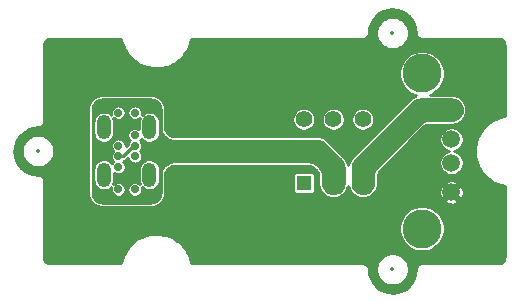
<source format=gbr>
%TF.GenerationSoftware,KiCad,Pcbnew,(5.1.12-1-10_14)*%
%TF.CreationDate,2022-08-29T02:47:29+08:00*%
%TF.ProjectId,0102_USB-C,30313032-5f55-4534-922d-432e6b696361,rev?*%
%TF.SameCoordinates,Original*%
%TF.FileFunction,Copper,L2,Bot*%
%TF.FilePolarity,Positive*%
%FSLAX46Y46*%
G04 Gerber Fmt 4.6, Leading zero omitted, Abs format (unit mm)*
G04 Created by KiCad (PCBNEW (5.1.12-1-10_14)) date 2022-08-29 02:47:29*
%MOMM*%
%LPD*%
G01*
G04 APERTURE LIST*
%TA.AperFunction,ComponentPad*%
%ADD10C,3.300000*%
%TD*%
%TA.AperFunction,ComponentPad*%
%ADD11C,1.500000*%
%TD*%
%TA.AperFunction,ComponentPad*%
%ADD12C,1.400000*%
%TD*%
%TA.AperFunction,ComponentPad*%
%ADD13R,1.300000X1.300000*%
%TD*%
%TA.AperFunction,ComponentPad*%
%ADD14C,0.700000*%
%TD*%
%TA.AperFunction,ComponentPad*%
%ADD15O,1.200000X2.100000*%
%TD*%
%TA.AperFunction,ViaPad*%
%ADD16C,0.500000*%
%TD*%
%TA.AperFunction,Conductor*%
%ADD17C,0.280000*%
%TD*%
%TA.AperFunction,Conductor*%
%ADD18C,0.254000*%
%TD*%
%TA.AperFunction,Conductor*%
%ADD19C,0.350000*%
%TD*%
%ADD20C,0.300000*%
%ADD21C,0.350000*%
%ADD22O,0.600000X1.500000*%
G04 APERTURE END LIST*
D10*
%TO.P,J2,5*%
%TO.N,Net-(J2-Pad5)*%
X34800000Y5730000D03*
X34800000Y18870000D03*
D11*
%TO.P,J2,4*%
%TO.N,GND*%
X37300000Y8800000D03*
%TO.P,J2,3*%
%TO.N,/D-*%
X37300000Y11300000D03*
%TO.P,J2,2*%
%TO.N,/D+*%
X37300000Y13300000D03*
%TO.P,J2,1*%
%TO.N,/VOUT*%
X37300000Y15800000D03*
%TD*%
D12*
%TO.P,SW1,6*%
%TO.N,N/C*%
X29800000Y15000000D03*
%TO.P,SW1,5*%
X27300000Y15000000D03*
%TO.P,SW1,4*%
X24800000Y15000000D03*
%TO.P,SW1,3*%
%TO.N,/VOUT*%
X29800000Y9600000D03*
%TO.P,SW1,2*%
%TO.N,/VIN*%
X27300000Y9600000D03*
D13*
%TO.P,SW1,1*%
%TO.N,N/C*%
X24800000Y9600000D03*
%TD*%
D14*
%TO.P,J1,B12*%
%TO.N,GND*%
X10500000Y9050000D03*
%TO.P,J1,B9*%
%TO.N,/VIN*%
X10500000Y10000000D03*
%TO.P,J1,B7*%
%TO.N,/D-*%
X10500000Y11850000D03*
%TO.P,J1,B6*%
%TO.N,/D+*%
X10500000Y12750000D03*
%TO.P,J1,B5*%
%TO.N,Net-(J1-PadB5)*%
X10500000Y13650000D03*
%TO.P,J1,B4*%
%TO.N,/VIN*%
X10500000Y14600000D03*
%TO.P,J1,B1*%
%TO.N,GND*%
X10500000Y15550000D03*
%TO.P,J1,A12*%
X9100000Y15550000D03*
%TO.P,J1,A9*%
%TO.N,/VIN*%
X9100000Y14600000D03*
%TO.P,J1,A7*%
%TO.N,/D-*%
X9100000Y12750000D03*
%TO.P,J1,A6*%
%TO.N,/D+*%
X9100000Y11850000D03*
%TO.P,J1,A5*%
%TO.N,Net-(J1-PadA5)*%
X9100000Y10950000D03*
%TO.P,J1,A4*%
%TO.N,/VIN*%
X9100000Y10000000D03*
%TO.P,J1,A1*%
%TO.N,GND*%
X9100000Y9050000D03*
D15*
%TO.P,J1,S4*%
%TO.N,N/C*%
X11730000Y14300000D03*
%TO.P,J1,S1*%
%TO.N,Net-(J1-PadS1)*%
X7870000Y14300000D03*
X11730000Y10300000D03*
X7870000Y10300000D03*
%TD*%
D16*
%TO.N,GND*%
X4800000Y21300000D03*
X7300000Y21300000D03*
X3300000Y17300000D03*
X3300000Y7300000D03*
X7300000Y3300000D03*
X17300000Y3300000D03*
X22300000Y3300000D03*
X27300000Y3300000D03*
X37300000Y3300000D03*
X41300000Y4800000D03*
X41300000Y7300000D03*
X41300000Y17300000D03*
X39800000Y21300000D03*
X37300000Y21300000D03*
X27300000Y21300000D03*
X22300000Y21300000D03*
X17300000Y21300000D03*
X3300000Y19800000D03*
X3300000Y14800000D03*
X3300000Y9800000D03*
X3300000Y4800000D03*
X4800000Y3300000D03*
X19800000Y3300000D03*
X24800000Y3300000D03*
X19800000Y21300000D03*
X24800000Y21300000D03*
X29800000Y21300000D03*
X29800000Y3300000D03*
X34800000Y3300000D03*
X34800000Y21300000D03*
X41300000Y19800000D03*
X39800000Y3300000D03*
X9800000Y19800000D03*
X14800000Y19800000D03*
X12300000Y18800000D03*
X12300000Y5800000D03*
X9800000Y4800000D03*
X14800000Y4800000D03*
X7300000Y7300000D03*
X8300000Y7300000D03*
X7300000Y17300000D03*
X8300000Y17300000D03*
X13300000Y17300000D03*
X13300000Y16300000D03*
X16800000Y14800000D03*
X16800000Y13800000D03*
X16800000Y10800000D03*
X16800000Y9800000D03*
X17800000Y10800000D03*
X18800000Y10800000D03*
X19800000Y10800000D03*
X17800000Y13800000D03*
X18800000Y13800000D03*
X19800000Y13800000D03*
X17800000Y14800000D03*
X18800000Y14800000D03*
X19800000Y14800000D03*
X17800000Y9800000D03*
X18800000Y9800000D03*
X19800000Y9800000D03*
X37800000Y5800000D03*
X37800000Y4800000D03*
X38800000Y5800000D03*
X38800000Y4800000D03*
X37800000Y18800000D03*
X38800000Y18800000D03*
X38800000Y19800000D03*
X37800000Y19800000D03*
X8300000Y6300000D03*
X7300000Y6300000D03*
X8300000Y18300000D03*
X7300000Y18300000D03*
X31800000Y8300000D03*
X32800000Y8300000D03*
X32800000Y7300000D03*
X31800000Y7300000D03*
X14300000Y17300000D03*
X14300000Y16300000D03*
X14300000Y8300000D03*
X13300000Y7300000D03*
X14300000Y7300000D03*
X13300000Y8300000D03*
X31800000Y16300000D03*
X32800000Y16300000D03*
X32800000Y17300000D03*
X31800000Y17300000D03*
X38800000Y12300000D03*
X39800000Y14800000D03*
X39800000Y9800000D03*
%TD*%
D17*
%TO.N,/D+*%
X10378798Y12750000D02*
X10500000Y12750000D01*
X9478798Y11850000D02*
X10378798Y12750000D01*
X9100000Y11850000D02*
X9478798Y11850000D01*
%TD*%
D18*
%TO.N,GND*%
X32674115Y24261188D02*
X33047924Y24151170D01*
X33393239Y23970643D01*
X33696911Y23726484D01*
X33947383Y23427984D01*
X34135100Y23086527D01*
X34252922Y22715105D01*
X34297893Y22314180D01*
X34298004Y22298285D01*
X34298007Y22297522D01*
X34299339Y22284420D01*
X34299247Y22271234D01*
X34299659Y22267038D01*
X34303739Y22228217D01*
X34309233Y22201453D01*
X34314371Y22174519D01*
X34315590Y22170482D01*
X34327133Y22133195D01*
X34337712Y22108029D01*
X34347992Y22082584D01*
X34349972Y22078861D01*
X34368537Y22044525D01*
X34383815Y22021875D01*
X34398834Y21998923D01*
X34401500Y21995655D01*
X34426381Y21965580D01*
X34445798Y21946299D01*
X34464953Y21926739D01*
X34468202Y21924051D01*
X34498451Y21899381D01*
X34521227Y21884249D01*
X34543831Y21868772D01*
X34547541Y21866766D01*
X34582005Y21848441D01*
X34607293Y21838018D01*
X34632468Y21827228D01*
X34636497Y21825981D01*
X34673864Y21814699D01*
X34700671Y21809391D01*
X34727489Y21803691D01*
X34731683Y21803250D01*
X34770530Y21799441D01*
X34770536Y21799441D01*
X34785167Y21798000D01*
X41285226Y21798000D01*
X41396447Y21787094D01*
X41489222Y21759084D01*
X41574784Y21713591D01*
X41649887Y21652339D01*
X41711662Y21577666D01*
X41757754Y21492420D01*
X41786410Y21399843D01*
X41798000Y21289572D01*
X41798001Y15260613D01*
X41350384Y15154276D01*
X41324523Y15145390D01*
X41298491Y15136849D01*
X41294643Y15135122D01*
X40814071Y14915469D01*
X40790475Y14901756D01*
X40766550Y14888295D01*
X40763112Y14885854D01*
X40334356Y14577039D01*
X40313847Y14558981D01*
X40293020Y14541153D01*
X40290120Y14538090D01*
X39929512Y14151878D01*
X39912919Y14130204D01*
X39895932Y14108645D01*
X39893683Y14105077D01*
X39614960Y13656179D01*
X39602890Y13631688D01*
X39590417Y13607247D01*
X39588904Y13603311D01*
X39402680Y13108824D01*
X39395589Y13082427D01*
X39388109Y13056057D01*
X39387389Y13051902D01*
X39300758Y12530661D01*
X39298929Y12503392D01*
X39296713Y12476069D01*
X39296814Y12471853D01*
X39313075Y11943712D01*
X39316573Y11916650D01*
X39319711Y11889374D01*
X39320629Y11885258D01*
X39439164Y11370334D01*
X39447862Y11344436D01*
X39456228Y11318320D01*
X39457928Y11314461D01*
X39674221Y10832367D01*
X39687771Y10808672D01*
X39701063Y10784657D01*
X39703480Y10781202D01*
X40009293Y10350301D01*
X40027220Y10329652D01*
X40044891Y10308714D01*
X40047933Y10305793D01*
X40431618Y9942499D01*
X40453209Y9925729D01*
X40474616Y9908618D01*
X40478167Y9906344D01*
X40925109Y9624493D01*
X40949526Y9612246D01*
X40973868Y9599609D01*
X40977794Y9598069D01*
X41470969Y9408397D01*
X41497304Y9401125D01*
X41523633Y9393458D01*
X41527783Y9392709D01*
X41798001Y9345857D01*
X41798000Y3314774D01*
X41787095Y3203553D01*
X41759084Y3110778D01*
X41713589Y3025213D01*
X41652337Y2950111D01*
X41577666Y2888338D01*
X41492422Y2842247D01*
X41399844Y2813590D01*
X41289581Y2802000D01*
X34785167Y2802000D01*
X34772422Y2800745D01*
X34771235Y2800753D01*
X34767038Y2800341D01*
X34747886Y2798328D01*
X34740798Y2797630D01*
X34740562Y2797558D01*
X34728218Y2796261D01*
X34701454Y2790767D01*
X34674519Y2785629D01*
X34670482Y2784410D01*
X34633195Y2772868D01*
X34608016Y2762283D01*
X34582585Y2752009D01*
X34578861Y2750028D01*
X34544525Y2731463D01*
X34521875Y2716185D01*
X34498923Y2701166D01*
X34495655Y2698500D01*
X34465580Y2673619D01*
X34446317Y2654221D01*
X34426738Y2635047D01*
X34424051Y2631797D01*
X34399381Y2601549D01*
X34384260Y2578788D01*
X34368772Y2556169D01*
X34366766Y2552459D01*
X34348441Y2517995D01*
X34338018Y2492707D01*
X34327228Y2467532D01*
X34325981Y2463503D01*
X34314699Y2426136D01*
X34309390Y2399322D01*
X34303691Y2372511D01*
X34303250Y2368317D01*
X34299441Y2329470D01*
X34258528Y1912201D01*
X34145905Y1539175D01*
X33962971Y1195125D01*
X33716695Y893161D01*
X33416458Y644784D01*
X33073693Y459452D01*
X32701464Y344228D01*
X32313935Y303497D01*
X31925885Y338812D01*
X31552075Y448830D01*
X31206762Y629357D01*
X30903086Y873518D01*
X30652616Y1172018D01*
X30464900Y1513474D01*
X30347078Y1884895D01*
X30302107Y2285819D01*
X30301996Y2301715D01*
X30301993Y2302478D01*
X30300661Y2315580D01*
X30300753Y2328765D01*
X30300341Y2332962D01*
X30296261Y2371782D01*
X30290767Y2398546D01*
X30285629Y2425481D01*
X30284410Y2429518D01*
X30282521Y2435623D01*
X30923000Y2435623D01*
X30923000Y2164377D01*
X30975917Y1898344D01*
X31079718Y1647746D01*
X31230414Y1422213D01*
X31422213Y1230414D01*
X31647746Y1079718D01*
X31898344Y975917D01*
X32164377Y923000D01*
X32435623Y923000D01*
X32701656Y975917D01*
X32952254Y1079718D01*
X33177787Y1230414D01*
X33369586Y1422213D01*
X33520282Y1647746D01*
X33624083Y1898344D01*
X33677000Y2164377D01*
X33677000Y2435623D01*
X33624083Y2701656D01*
X33520282Y2952254D01*
X33369586Y3177787D01*
X33177787Y3369586D01*
X32952254Y3520282D01*
X32701656Y3624083D01*
X32435623Y3677000D01*
X32164377Y3677000D01*
X31898344Y3624083D01*
X31647746Y3520282D01*
X31422213Y3369586D01*
X31230414Y3177787D01*
X31079718Y2952254D01*
X30975917Y2701656D01*
X30923000Y2435623D01*
X30282521Y2435623D01*
X30272868Y2466805D01*
X30262283Y2491984D01*
X30252009Y2517415D01*
X30250028Y2521139D01*
X30231463Y2555475D01*
X30216185Y2578125D01*
X30201166Y2601077D01*
X30198500Y2604345D01*
X30173619Y2634420D01*
X30154221Y2653683D01*
X30135047Y2673262D01*
X30131797Y2675949D01*
X30101549Y2700619D01*
X30078788Y2715740D01*
X30056169Y2731228D01*
X30052459Y2733234D01*
X30017995Y2751559D01*
X29992707Y2761982D01*
X29967532Y2772772D01*
X29963503Y2774019D01*
X29926136Y2785301D01*
X29899322Y2790610D01*
X29872511Y2796309D01*
X29868317Y2796750D01*
X29829470Y2800559D01*
X29829464Y2800559D01*
X29814833Y2802000D01*
X15260614Y2802000D01*
X15154277Y3249617D01*
X15145398Y3275457D01*
X15136850Y3301511D01*
X15135123Y3305359D01*
X14915469Y3785930D01*
X14901744Y3809546D01*
X14888295Y3833450D01*
X14885854Y3836889D01*
X14577040Y4265645D01*
X14558974Y4286164D01*
X14541152Y4306983D01*
X14538090Y4309882D01*
X14151878Y4670489D01*
X14130204Y4687082D01*
X14108645Y4704069D01*
X14105077Y4706318D01*
X13656179Y4985041D01*
X13631688Y4997111D01*
X13607247Y5009584D01*
X13603311Y5011097D01*
X13108823Y5197322D01*
X13082391Y5204422D01*
X13056056Y5211892D01*
X13051901Y5212612D01*
X12530660Y5299243D01*
X12503391Y5301072D01*
X12476068Y5303288D01*
X12471852Y5303187D01*
X12471851Y5303187D01*
X11943711Y5286926D01*
X11916649Y5283428D01*
X11889373Y5280290D01*
X11885257Y5279372D01*
X11370333Y5160837D01*
X11344435Y5152139D01*
X11318319Y5143773D01*
X11314459Y5142073D01*
X10832365Y4925779D01*
X10808640Y4912211D01*
X10784656Y4898937D01*
X10781201Y4896520D01*
X10350300Y4590707D01*
X10329705Y4572827D01*
X10308712Y4555109D01*
X10305792Y4552066D01*
X9942497Y4168381D01*
X9925722Y4146782D01*
X9908617Y4125383D01*
X9906343Y4121832D01*
X9624492Y3674890D01*
X9612245Y3650473D01*
X9599608Y3626131D01*
X9598068Y3622205D01*
X9408396Y3129030D01*
X9401127Y3102706D01*
X9393457Y3076367D01*
X9392708Y3072217D01*
X9345857Y2802000D01*
X3314774Y2802000D01*
X3203553Y2812905D01*
X3110778Y2840916D01*
X3025213Y2886411D01*
X2950111Y2947663D01*
X2888338Y3022334D01*
X2842247Y3107578D01*
X2813590Y3200156D01*
X2802000Y3310419D01*
X2802000Y5919793D01*
X32873000Y5919793D01*
X32873000Y5540207D01*
X32947053Y5167915D01*
X33092315Y4817223D01*
X33303201Y4501609D01*
X33571609Y4233201D01*
X33887223Y4022315D01*
X34237915Y3877053D01*
X34610207Y3803000D01*
X34989793Y3803000D01*
X35362085Y3877053D01*
X35712777Y4022315D01*
X36028391Y4233201D01*
X36296799Y4501609D01*
X36507685Y4817223D01*
X36652947Y5167915D01*
X36727000Y5540207D01*
X36727000Y5919793D01*
X36652947Y6292085D01*
X36507685Y6642777D01*
X36296799Y6958391D01*
X36028391Y7226799D01*
X35712777Y7437685D01*
X35362085Y7582947D01*
X34989793Y7657000D01*
X34610207Y7657000D01*
X34237915Y7582947D01*
X33887223Y7437685D01*
X33571609Y7226799D01*
X33303201Y6958391D01*
X33092315Y6642777D01*
X32947053Y6292085D01*
X32873000Y5919793D01*
X2802000Y5919793D01*
X2802000Y9814833D01*
X2800745Y9827578D01*
X2800753Y9828765D01*
X2800341Y9832962D01*
X2798328Y9852114D01*
X2797630Y9859202D01*
X2797558Y9859438D01*
X2796261Y9871782D01*
X2790767Y9898546D01*
X2785629Y9925481D01*
X2784410Y9929518D01*
X2772868Y9966805D01*
X2762283Y9991984D01*
X2752009Y10017415D01*
X2750028Y10021139D01*
X2731463Y10055475D01*
X2716185Y10078125D01*
X2701166Y10101077D01*
X2698500Y10104345D01*
X2673619Y10134420D01*
X2654221Y10153683D01*
X2635047Y10173262D01*
X2631797Y10175949D01*
X2601549Y10200619D01*
X2578788Y10215740D01*
X2556169Y10231228D01*
X2552459Y10233234D01*
X2517995Y10251559D01*
X2492707Y10261982D01*
X2467532Y10272772D01*
X2463503Y10274019D01*
X2426136Y10285301D01*
X2399322Y10290610D01*
X2372511Y10296309D01*
X2368317Y10296750D01*
X2329470Y10300559D01*
X1912201Y10341472D01*
X1539175Y10454095D01*
X1195125Y10637029D01*
X893161Y10883305D01*
X644784Y11183542D01*
X459452Y11526307D01*
X344228Y11898536D01*
X303497Y12286064D01*
X317107Y12435623D01*
X923000Y12435623D01*
X923000Y12164377D01*
X975917Y11898344D01*
X1079718Y11647746D01*
X1230414Y11422213D01*
X1422213Y11230414D01*
X1647746Y11079718D01*
X1898344Y10975917D01*
X2164377Y10923000D01*
X2435623Y10923000D01*
X2701656Y10975917D01*
X2952254Y11079718D01*
X3177787Y11230414D01*
X3369586Y11422213D01*
X3520282Y11647746D01*
X3624083Y11898344D01*
X3677000Y12164377D01*
X3677000Y12435623D01*
X3624083Y12701656D01*
X3520282Y12952254D01*
X3369586Y13177787D01*
X3177787Y13369586D01*
X2952254Y13520282D01*
X2701656Y13624083D01*
X2435623Y13677000D01*
X2164377Y13677000D01*
X1898344Y13624083D01*
X1647746Y13520282D01*
X1422213Y13369586D01*
X1230414Y13177787D01*
X1079718Y12952254D01*
X975917Y12701656D01*
X923000Y12435623D01*
X317107Y12435623D01*
X338812Y12674115D01*
X448830Y13047924D01*
X629357Y13393239D01*
X873516Y13696911D01*
X1172016Y13947383D01*
X1513473Y14135100D01*
X1884895Y14252922D01*
X2285820Y14297893D01*
X2301715Y14298004D01*
X2302478Y14298007D01*
X2315580Y14299339D01*
X2328766Y14299247D01*
X2332962Y14299659D01*
X2371783Y14303739D01*
X2398547Y14309233D01*
X2425481Y14314371D01*
X2429518Y14315590D01*
X2466805Y14327133D01*
X2491971Y14337712D01*
X2517416Y14347992D01*
X2521139Y14349972D01*
X2555475Y14368537D01*
X2578125Y14383815D01*
X2601077Y14398834D01*
X2604345Y14401500D01*
X2634420Y14426381D01*
X2653701Y14445798D01*
X2673261Y14464953D01*
X2675949Y14468202D01*
X2700619Y14498451D01*
X2715751Y14521227D01*
X2731228Y14543831D01*
X2733234Y14547541D01*
X2751559Y14582005D01*
X2761982Y14607293D01*
X2772772Y14632468D01*
X2774019Y14636497D01*
X2785301Y14673864D01*
X2790609Y14700671D01*
X2796309Y14727489D01*
X2796750Y14731683D01*
X2800559Y14770530D01*
X2800559Y14770536D01*
X2802000Y14785167D01*
X2802000Y15800000D01*
X6523000Y15800000D01*
X6523000Y8800000D01*
X6524334Y8772849D01*
X6543549Y8577759D01*
X6554142Y8524502D01*
X6611047Y8336909D01*
X6631828Y8286740D01*
X6724238Y8113853D01*
X6754406Y8068703D01*
X6878769Y7917166D01*
X6917166Y7878769D01*
X7068703Y7754406D01*
X7113853Y7724238D01*
X7286740Y7631828D01*
X7336909Y7611047D01*
X7524502Y7554142D01*
X7577759Y7543549D01*
X7772849Y7524334D01*
X7800000Y7523000D01*
X11800000Y7523000D01*
X11827151Y7524334D01*
X12022241Y7543549D01*
X12075498Y7554142D01*
X12263091Y7611047D01*
X12313260Y7631828D01*
X12486147Y7724238D01*
X12531297Y7754406D01*
X12682834Y7878769D01*
X12721231Y7917166D01*
X12818264Y8035402D01*
X36715007Y8035402D01*
X36800780Y7896817D01*
X36986575Y7816778D01*
X37184415Y7774524D01*
X37386696Y7771679D01*
X37585646Y7808352D01*
X37773618Y7883134D01*
X37799220Y7896817D01*
X37884993Y8035402D01*
X37300000Y8620395D01*
X36715007Y8035402D01*
X12818264Y8035402D01*
X12845594Y8068703D01*
X12875762Y8113853D01*
X12968172Y8286740D01*
X12988953Y8336909D01*
X13045858Y8524502D01*
X13056451Y8577759D01*
X13075666Y8772849D01*
X13077000Y8800000D01*
X13077000Y10250000D01*
X23871660Y10250000D01*
X23871660Y8950000D01*
X23877008Y8895699D01*
X23892847Y8843484D01*
X23918569Y8795363D01*
X23953184Y8753184D01*
X23995363Y8718569D01*
X24043484Y8692847D01*
X24095699Y8677008D01*
X24150000Y8671660D01*
X25450000Y8671660D01*
X25504301Y8677008D01*
X25556516Y8692847D01*
X25604637Y8718569D01*
X25646816Y8753184D01*
X25681431Y8795363D01*
X25707153Y8843484D01*
X25722992Y8895699D01*
X25728340Y8950000D01*
X25728340Y10250000D01*
X25722992Y10304301D01*
X25707153Y10356516D01*
X25681431Y10404637D01*
X25646816Y10446816D01*
X25604637Y10481431D01*
X25556516Y10507153D01*
X25504301Y10522992D01*
X25450000Y10528340D01*
X24150000Y10528340D01*
X24095699Y10522992D01*
X24043484Y10507153D01*
X23995363Y10481431D01*
X23953184Y10446816D01*
X23918569Y10404637D01*
X23892847Y10356516D01*
X23877008Y10304301D01*
X23871660Y10250000D01*
X13077000Y10250000D01*
X13077000Y10286393D01*
X13092207Y10440787D01*
X13133274Y10576169D01*
X13199961Y10700932D01*
X13289709Y10810291D01*
X13399068Y10900039D01*
X13523831Y10966726D01*
X13659213Y11007793D01*
X13813607Y11023000D01*
X25172179Y11023000D01*
X25326574Y11007793D01*
X25461956Y10966726D01*
X25586722Y10900037D01*
X25706637Y10801625D01*
X25801625Y10706637D01*
X25900037Y10586722D01*
X25966726Y10461956D01*
X26007793Y10326574D01*
X26023000Y10172179D01*
X26023000Y9600000D01*
X26024334Y9572849D01*
X26043549Y9377759D01*
X26054142Y9324502D01*
X26111047Y9136909D01*
X26131828Y9086740D01*
X26224238Y8913853D01*
X26254406Y8868703D01*
X26378769Y8717166D01*
X26417166Y8678769D01*
X26568703Y8554406D01*
X26613853Y8524238D01*
X26786740Y8431828D01*
X26836909Y8411047D01*
X27024502Y8354142D01*
X27077759Y8343549D01*
X27272849Y8324334D01*
X27327151Y8324334D01*
X27522241Y8343549D01*
X27575498Y8354142D01*
X27763091Y8411047D01*
X27813260Y8431828D01*
X27986147Y8524238D01*
X28031297Y8554406D01*
X28182834Y8678769D01*
X28221231Y8717166D01*
X28345594Y8868703D01*
X28375762Y8913853D01*
X28468172Y9086740D01*
X28488953Y9136909D01*
X28545858Y9324502D01*
X28550000Y9345326D01*
X28554142Y9324502D01*
X28611047Y9136909D01*
X28631828Y9086740D01*
X28724238Y8913853D01*
X28754406Y8868703D01*
X28878769Y8717166D01*
X28917166Y8678769D01*
X29068703Y8554406D01*
X29113853Y8524238D01*
X29286740Y8431828D01*
X29336909Y8411047D01*
X29524502Y8354142D01*
X29577759Y8343549D01*
X29772849Y8324334D01*
X29827151Y8324334D01*
X30022241Y8343549D01*
X30075498Y8354142D01*
X30263091Y8411047D01*
X30313260Y8431828D01*
X30486147Y8524238D01*
X30531297Y8554406D01*
X30682834Y8678769D01*
X30717369Y8713304D01*
X36271679Y8713304D01*
X36308352Y8514354D01*
X36383134Y8326382D01*
X36396817Y8300780D01*
X36535402Y8215007D01*
X37120395Y8800000D01*
X37479605Y8800000D01*
X38064598Y8215007D01*
X38203183Y8300780D01*
X38283222Y8486575D01*
X38325476Y8684415D01*
X38328321Y8886696D01*
X38291648Y9085646D01*
X38216866Y9273618D01*
X38203183Y9299220D01*
X38064598Y9384993D01*
X37479605Y8800000D01*
X37120395Y8800000D01*
X36535402Y9384993D01*
X36396817Y9299220D01*
X36316778Y9113425D01*
X36274524Y8915585D01*
X36271679Y8713304D01*
X30717369Y8713304D01*
X30721231Y8717166D01*
X30845594Y8868703D01*
X30875762Y8913853D01*
X30968172Y9086740D01*
X30988953Y9136909D01*
X31045858Y9324502D01*
X31056451Y9377759D01*
X31074853Y9564598D01*
X36715007Y9564598D01*
X37300000Y8979605D01*
X37884993Y9564598D01*
X37799220Y9703183D01*
X37613425Y9783222D01*
X37415585Y9825476D01*
X37213304Y9828321D01*
X37014354Y9791648D01*
X36826382Y9716866D01*
X36800780Y9703183D01*
X36715007Y9564598D01*
X31074853Y9564598D01*
X31075666Y9572849D01*
X31077000Y9600000D01*
X31077000Y10172179D01*
X31092207Y10326574D01*
X31133274Y10461956D01*
X31199963Y10586722D01*
X31298375Y10706637D01*
X33992889Y13401151D01*
X36273000Y13401151D01*
X36273000Y13198849D01*
X36312467Y13000435D01*
X36389885Y12813533D01*
X36502277Y12645326D01*
X36645326Y12502277D01*
X36813533Y12389885D01*
X37000435Y12312467D01*
X37063111Y12300000D01*
X37000435Y12287533D01*
X36813533Y12210115D01*
X36645326Y12097723D01*
X36502277Y11954674D01*
X36389885Y11786467D01*
X36312467Y11599565D01*
X36273000Y11401151D01*
X36273000Y11198849D01*
X36312467Y11000435D01*
X36389885Y10813533D01*
X36502277Y10645326D01*
X36645326Y10502277D01*
X36813533Y10389885D01*
X37000435Y10312467D01*
X37198849Y10273000D01*
X37401151Y10273000D01*
X37599565Y10312467D01*
X37786467Y10389885D01*
X37954674Y10502277D01*
X38097723Y10645326D01*
X38210115Y10813533D01*
X38287533Y11000435D01*
X38327000Y11198849D01*
X38327000Y11401151D01*
X38287533Y11599565D01*
X38210115Y11786467D01*
X38097723Y11954674D01*
X37954674Y12097723D01*
X37786467Y12210115D01*
X37599565Y12287533D01*
X37536889Y12300000D01*
X37599565Y12312467D01*
X37786467Y12389885D01*
X37954674Y12502277D01*
X38097723Y12645326D01*
X38210115Y12813533D01*
X38287533Y13000435D01*
X38327000Y13198849D01*
X38327000Y13401151D01*
X38287533Y13599565D01*
X38210115Y13786467D01*
X38097723Y13954674D01*
X37954674Y14097723D01*
X37786467Y14210115D01*
X37599565Y14287533D01*
X37401151Y14327000D01*
X37198849Y14327000D01*
X37000435Y14287533D01*
X36813533Y14210115D01*
X36645326Y14097723D01*
X36502277Y13954674D01*
X36389885Y13786467D01*
X36312467Y13599565D01*
X36273000Y13401151D01*
X33992889Y13401151D01*
X34893363Y14301625D01*
X35013278Y14400037D01*
X35138044Y14466726D01*
X35273426Y14507793D01*
X35427821Y14523000D01*
X37300000Y14523000D01*
X37327151Y14524334D01*
X37522241Y14543549D01*
X37575498Y14554142D01*
X37763091Y14611047D01*
X37813260Y14631828D01*
X37986147Y14724238D01*
X38031297Y14754406D01*
X38182834Y14878769D01*
X38221231Y14917166D01*
X38345594Y15068703D01*
X38375762Y15113853D01*
X38468172Y15286740D01*
X38488953Y15336909D01*
X38545858Y15524502D01*
X38556451Y15577759D01*
X38575666Y15772849D01*
X38575666Y15827151D01*
X38556451Y16022241D01*
X38545858Y16075498D01*
X38488953Y16263091D01*
X38468172Y16313260D01*
X38375762Y16486147D01*
X38345594Y16531297D01*
X38221231Y16682834D01*
X38182834Y16721231D01*
X38031297Y16845594D01*
X37986147Y16875762D01*
X37813260Y16968172D01*
X37763091Y16988953D01*
X37575498Y17045858D01*
X37522241Y17056451D01*
X37327151Y17075666D01*
X37300000Y17077000D01*
X35506809Y17077000D01*
X35712777Y17162315D01*
X36028391Y17373201D01*
X36296799Y17641609D01*
X36507685Y17957223D01*
X36652947Y18307915D01*
X36727000Y18680207D01*
X36727000Y19059793D01*
X36652947Y19432085D01*
X36507685Y19782777D01*
X36296799Y20098391D01*
X36028391Y20366799D01*
X35712777Y20577685D01*
X35362085Y20722947D01*
X34989793Y20797000D01*
X34610207Y20797000D01*
X34237915Y20722947D01*
X33887223Y20577685D01*
X33571609Y20366799D01*
X33303201Y20098391D01*
X33092315Y19782777D01*
X32947053Y19432085D01*
X32873000Y19059793D01*
X32873000Y18680207D01*
X32947053Y18307915D01*
X33092315Y17957223D01*
X33303201Y17641609D01*
X33571609Y17373201D01*
X33887223Y17162315D01*
X34237915Y17017053D01*
X34301839Y17004338D01*
X34251122Y16988953D01*
X34200953Y16968172D01*
X34028066Y16875762D01*
X33982916Y16845593D01*
X33831380Y16721230D01*
X33811238Y16702976D01*
X28897024Y11788762D01*
X28878770Y11768620D01*
X28754407Y11617084D01*
X28724238Y11571934D01*
X28631828Y11399047D01*
X28611047Y11348878D01*
X28554142Y11161285D01*
X28550000Y11140461D01*
X28545858Y11161285D01*
X28488953Y11348878D01*
X28468172Y11399047D01*
X28375762Y11571934D01*
X28345593Y11617084D01*
X28221230Y11768620D01*
X28202976Y11788762D01*
X26788762Y13202976D01*
X26768620Y13221230D01*
X26617084Y13345593D01*
X26571934Y13375762D01*
X26399047Y13468172D01*
X26348878Y13488953D01*
X26161285Y13545858D01*
X26108028Y13556451D01*
X25912937Y13575666D01*
X25885786Y13577000D01*
X13813607Y13577000D01*
X13659213Y13592207D01*
X13523831Y13633274D01*
X13399068Y13699961D01*
X13289709Y13789709D01*
X13199961Y13899068D01*
X13133274Y14023831D01*
X13092207Y14159213D01*
X13077000Y14313607D01*
X13077000Y15096226D01*
X23823000Y15096226D01*
X23823000Y14903774D01*
X23860546Y14715020D01*
X23934194Y14537217D01*
X24041115Y14377199D01*
X24177199Y14241115D01*
X24337217Y14134194D01*
X24515020Y14060546D01*
X24703774Y14023000D01*
X24896226Y14023000D01*
X25084980Y14060546D01*
X25262783Y14134194D01*
X25422801Y14241115D01*
X25558885Y14377199D01*
X25665806Y14537217D01*
X25739454Y14715020D01*
X25777000Y14903774D01*
X25777000Y15096226D01*
X26323000Y15096226D01*
X26323000Y14903774D01*
X26360546Y14715020D01*
X26434194Y14537217D01*
X26541115Y14377199D01*
X26677199Y14241115D01*
X26837217Y14134194D01*
X27015020Y14060546D01*
X27203774Y14023000D01*
X27396226Y14023000D01*
X27584980Y14060546D01*
X27762783Y14134194D01*
X27922801Y14241115D01*
X28058885Y14377199D01*
X28165806Y14537217D01*
X28239454Y14715020D01*
X28277000Y14903774D01*
X28277000Y15096226D01*
X28823000Y15096226D01*
X28823000Y14903774D01*
X28860546Y14715020D01*
X28934194Y14537217D01*
X29041115Y14377199D01*
X29177199Y14241115D01*
X29337217Y14134194D01*
X29515020Y14060546D01*
X29703774Y14023000D01*
X29896226Y14023000D01*
X30084980Y14060546D01*
X30262783Y14134194D01*
X30422801Y14241115D01*
X30558885Y14377199D01*
X30665806Y14537217D01*
X30739454Y14715020D01*
X30777000Y14903774D01*
X30777000Y15096226D01*
X30739454Y15284980D01*
X30665806Y15462783D01*
X30558885Y15622801D01*
X30422801Y15758885D01*
X30262783Y15865806D01*
X30084980Y15939454D01*
X29896226Y15977000D01*
X29703774Y15977000D01*
X29515020Y15939454D01*
X29337217Y15865806D01*
X29177199Y15758885D01*
X29041115Y15622801D01*
X28934194Y15462783D01*
X28860546Y15284980D01*
X28823000Y15096226D01*
X28277000Y15096226D01*
X28239454Y15284980D01*
X28165806Y15462783D01*
X28058885Y15622801D01*
X27922801Y15758885D01*
X27762783Y15865806D01*
X27584980Y15939454D01*
X27396226Y15977000D01*
X27203774Y15977000D01*
X27015020Y15939454D01*
X26837217Y15865806D01*
X26677199Y15758885D01*
X26541115Y15622801D01*
X26434194Y15462783D01*
X26360546Y15284980D01*
X26323000Y15096226D01*
X25777000Y15096226D01*
X25739454Y15284980D01*
X25665806Y15462783D01*
X25558885Y15622801D01*
X25422801Y15758885D01*
X25262783Y15865806D01*
X25084980Y15939454D01*
X24896226Y15977000D01*
X24703774Y15977000D01*
X24515020Y15939454D01*
X24337217Y15865806D01*
X24177199Y15758885D01*
X24041115Y15622801D01*
X23934194Y15462783D01*
X23860546Y15284980D01*
X23823000Y15096226D01*
X13077000Y15096226D01*
X13077000Y15800000D01*
X13075666Y15827151D01*
X13056451Y16022241D01*
X13045858Y16075498D01*
X12988953Y16263091D01*
X12968172Y16313260D01*
X12875762Y16486147D01*
X12845594Y16531297D01*
X12721231Y16682834D01*
X12682834Y16721231D01*
X12531297Y16845594D01*
X12486147Y16875762D01*
X12313260Y16968172D01*
X12263091Y16988953D01*
X12075498Y17045858D01*
X12022241Y17056451D01*
X11827151Y17075666D01*
X11800000Y17077000D01*
X7800000Y17077000D01*
X7772849Y17075666D01*
X7577759Y17056451D01*
X7524502Y17045858D01*
X7336909Y16988953D01*
X7286740Y16968172D01*
X7113853Y16875762D01*
X7068703Y16845594D01*
X6917166Y16721231D01*
X6878769Y16682834D01*
X6754406Y16531297D01*
X6724238Y16486147D01*
X6631828Y16313260D01*
X6611047Y16263091D01*
X6554142Y16075498D01*
X6543549Y16022241D01*
X6524334Y15827151D01*
X6523000Y15800000D01*
X2802000Y15800000D01*
X2802000Y21285226D01*
X2812906Y21396447D01*
X2840916Y21489222D01*
X2886409Y21574784D01*
X2947661Y21649887D01*
X3022334Y21711662D01*
X3107580Y21757754D01*
X3200157Y21786410D01*
X3310428Y21798000D01*
X9339386Y21798000D01*
X9445723Y21350383D01*
X9454602Y21324543D01*
X9463150Y21298489D01*
X9464877Y21294642D01*
X9684531Y20814070D01*
X9698253Y20790460D01*
X9711705Y20766549D01*
X9714146Y20763111D01*
X10022961Y20334354D01*
X10041008Y20313858D01*
X10058848Y20293017D01*
X10061910Y20290118D01*
X10448122Y19929511D01*
X10469825Y19912897D01*
X10491355Y19895932D01*
X10494922Y19893683D01*
X10943821Y19614959D01*
X10968325Y19602882D01*
X10992753Y19590416D01*
X10996689Y19588902D01*
X11491178Y19402678D01*
X11517600Y19395581D01*
X11543944Y19388108D01*
X11548099Y19387388D01*
X12069340Y19300757D01*
X12096609Y19298928D01*
X12123932Y19296712D01*
X12128148Y19296813D01*
X12128149Y19296813D01*
X12656289Y19313074D01*
X12683351Y19316572D01*
X12710627Y19319710D01*
X12714743Y19320628D01*
X13229667Y19439163D01*
X13255553Y19447857D01*
X13281682Y19456227D01*
X13285541Y19457927D01*
X13767635Y19674221D01*
X13791360Y19687789D01*
X13815344Y19701063D01*
X13818799Y19703480D01*
X14249700Y20009293D01*
X14270332Y20027206D01*
X14291287Y20044891D01*
X14294208Y20047933D01*
X14657503Y20431619D01*
X14674278Y20453218D01*
X14691383Y20474617D01*
X14693657Y20478168D01*
X14975508Y20925110D01*
X14987755Y20949527D01*
X15000392Y20973869D01*
X15001932Y20977795D01*
X15191604Y21470970D01*
X15198876Y21497305D01*
X15206543Y21523634D01*
X15207292Y21527784D01*
X15254144Y21798000D01*
X29814833Y21798000D01*
X29827578Y21799255D01*
X29828766Y21799247D01*
X29832962Y21799659D01*
X29852122Y21801673D01*
X29859202Y21802370D01*
X29859438Y21802442D01*
X29871783Y21803739D01*
X29898547Y21809233D01*
X29925481Y21814371D01*
X29929518Y21815590D01*
X29966805Y21827133D01*
X29991971Y21837712D01*
X30017416Y21847992D01*
X30021139Y21849972D01*
X30055475Y21868537D01*
X30078125Y21883815D01*
X30101077Y21898834D01*
X30104345Y21901500D01*
X30134420Y21926381D01*
X30153701Y21945798D01*
X30173261Y21964953D01*
X30175949Y21968202D01*
X30200619Y21998451D01*
X30215751Y22021227D01*
X30231228Y22043831D01*
X30233234Y22047541D01*
X30251559Y22082005D01*
X30261982Y22107293D01*
X30272772Y22132468D01*
X30274019Y22136497D01*
X30285301Y22173864D01*
X30290609Y22200671D01*
X30296309Y22227489D01*
X30296750Y22231683D01*
X30300559Y22270530D01*
X30316746Y22435623D01*
X30923000Y22435623D01*
X30923000Y22164377D01*
X30975917Y21898344D01*
X31079718Y21647746D01*
X31230414Y21422213D01*
X31422213Y21230414D01*
X31647746Y21079718D01*
X31898344Y20975917D01*
X32164377Y20923000D01*
X32435623Y20923000D01*
X32701656Y20975917D01*
X32952254Y21079718D01*
X33177787Y21230414D01*
X33369586Y21422213D01*
X33520282Y21647746D01*
X33624083Y21898344D01*
X33677000Y22164377D01*
X33677000Y22435623D01*
X33624083Y22701656D01*
X33520282Y22952254D01*
X33369586Y23177787D01*
X33177787Y23369586D01*
X32952254Y23520282D01*
X32701656Y23624083D01*
X32435623Y23677000D01*
X32164377Y23677000D01*
X31898344Y23624083D01*
X31647746Y23520282D01*
X31422213Y23369586D01*
X31230414Y23177787D01*
X31079718Y22952254D01*
X30975917Y22701656D01*
X30923000Y22435623D01*
X30316746Y22435623D01*
X30341473Y22687802D01*
X30454096Y23060827D01*
X30637029Y23404874D01*
X30883305Y23706839D01*
X31183540Y23955215D01*
X31526307Y24140548D01*
X31898536Y24255772D01*
X32286064Y24296503D01*
X32674115Y24261188D01*
%TA.AperFunction,Conductor*%
D19*
G36*
X32674115Y24261188D02*
G01*
X33047924Y24151170D01*
X33393239Y23970643D01*
X33696911Y23726484D01*
X33947383Y23427984D01*
X34135100Y23086527D01*
X34252922Y22715105D01*
X34297893Y22314180D01*
X34298004Y22298285D01*
X34298007Y22297522D01*
X34299339Y22284420D01*
X34299247Y22271234D01*
X34299659Y22267038D01*
X34303739Y22228217D01*
X34309233Y22201453D01*
X34314371Y22174519D01*
X34315590Y22170482D01*
X34327133Y22133195D01*
X34337712Y22108029D01*
X34347992Y22082584D01*
X34349972Y22078861D01*
X34368537Y22044525D01*
X34383815Y22021875D01*
X34398834Y21998923D01*
X34401500Y21995655D01*
X34426381Y21965580D01*
X34445798Y21946299D01*
X34464953Y21926739D01*
X34468202Y21924051D01*
X34498451Y21899381D01*
X34521227Y21884249D01*
X34543831Y21868772D01*
X34547541Y21866766D01*
X34582005Y21848441D01*
X34607293Y21838018D01*
X34632468Y21827228D01*
X34636497Y21825981D01*
X34673864Y21814699D01*
X34700671Y21809391D01*
X34727489Y21803691D01*
X34731683Y21803250D01*
X34770530Y21799441D01*
X34770536Y21799441D01*
X34785167Y21798000D01*
X41285226Y21798000D01*
X41396447Y21787094D01*
X41489222Y21759084D01*
X41574784Y21713591D01*
X41649887Y21652339D01*
X41711662Y21577666D01*
X41757754Y21492420D01*
X41786410Y21399843D01*
X41798000Y21289572D01*
X41798001Y15260613D01*
X41350384Y15154276D01*
X41324523Y15145390D01*
X41298491Y15136849D01*
X41294643Y15135122D01*
X40814071Y14915469D01*
X40790475Y14901756D01*
X40766550Y14888295D01*
X40763112Y14885854D01*
X40334356Y14577039D01*
X40313847Y14558981D01*
X40293020Y14541153D01*
X40290120Y14538090D01*
X39929512Y14151878D01*
X39912919Y14130204D01*
X39895932Y14108645D01*
X39893683Y14105077D01*
X39614960Y13656179D01*
X39602890Y13631688D01*
X39590417Y13607247D01*
X39588904Y13603311D01*
X39402680Y13108824D01*
X39395589Y13082427D01*
X39388109Y13056057D01*
X39387389Y13051902D01*
X39300758Y12530661D01*
X39298929Y12503392D01*
X39296713Y12476069D01*
X39296814Y12471853D01*
X39313075Y11943712D01*
X39316573Y11916650D01*
X39319711Y11889374D01*
X39320629Y11885258D01*
X39439164Y11370334D01*
X39447862Y11344436D01*
X39456228Y11318320D01*
X39457928Y11314461D01*
X39674221Y10832367D01*
X39687771Y10808672D01*
X39701063Y10784657D01*
X39703480Y10781202D01*
X40009293Y10350301D01*
X40027220Y10329652D01*
X40044891Y10308714D01*
X40047933Y10305793D01*
X40431618Y9942499D01*
X40453209Y9925729D01*
X40474616Y9908618D01*
X40478167Y9906344D01*
X40925109Y9624493D01*
X40949526Y9612246D01*
X40973868Y9599609D01*
X40977794Y9598069D01*
X41470969Y9408397D01*
X41497304Y9401125D01*
X41523633Y9393458D01*
X41527783Y9392709D01*
X41798001Y9345857D01*
X41798000Y3314774D01*
X41787095Y3203553D01*
X41759084Y3110778D01*
X41713589Y3025213D01*
X41652337Y2950111D01*
X41577666Y2888338D01*
X41492422Y2842247D01*
X41399844Y2813590D01*
X41289581Y2802000D01*
X34785167Y2802000D01*
X34772422Y2800745D01*
X34771235Y2800753D01*
X34767038Y2800341D01*
X34747886Y2798328D01*
X34740798Y2797630D01*
X34740562Y2797558D01*
X34728218Y2796261D01*
X34701454Y2790767D01*
X34674519Y2785629D01*
X34670482Y2784410D01*
X34633195Y2772868D01*
X34608016Y2762283D01*
X34582585Y2752009D01*
X34578861Y2750028D01*
X34544525Y2731463D01*
X34521875Y2716185D01*
X34498923Y2701166D01*
X34495655Y2698500D01*
X34465580Y2673619D01*
X34446317Y2654221D01*
X34426738Y2635047D01*
X34424051Y2631797D01*
X34399381Y2601549D01*
X34384260Y2578788D01*
X34368772Y2556169D01*
X34366766Y2552459D01*
X34348441Y2517995D01*
X34338018Y2492707D01*
X34327228Y2467532D01*
X34325981Y2463503D01*
X34314699Y2426136D01*
X34309390Y2399322D01*
X34303691Y2372511D01*
X34303250Y2368317D01*
X34299441Y2329470D01*
X34258528Y1912201D01*
X34145905Y1539175D01*
X33962971Y1195125D01*
X33716695Y893161D01*
X33416458Y644784D01*
X33073693Y459452D01*
X32701464Y344228D01*
X32313935Y303497D01*
X31925885Y338812D01*
X31552075Y448830D01*
X31206762Y629357D01*
X30903086Y873518D01*
X30652616Y1172018D01*
X30464900Y1513474D01*
X30347078Y1884895D01*
X30302107Y2285819D01*
X30301996Y2301715D01*
X30301993Y2302478D01*
X30300661Y2315580D01*
X30300753Y2328765D01*
X30300341Y2332962D01*
X30296261Y2371782D01*
X30290767Y2398546D01*
X30285629Y2425481D01*
X30284410Y2429518D01*
X30282521Y2435623D01*
X30923000Y2435623D01*
X30923000Y2164377D01*
X30975917Y1898344D01*
X31079718Y1647746D01*
X31230414Y1422213D01*
X31422213Y1230414D01*
X31647746Y1079718D01*
X31898344Y975917D01*
X32164377Y923000D01*
X32435623Y923000D01*
X32701656Y975917D01*
X32952254Y1079718D01*
X33177787Y1230414D01*
X33369586Y1422213D01*
X33520282Y1647746D01*
X33624083Y1898344D01*
X33677000Y2164377D01*
X33677000Y2435623D01*
X33624083Y2701656D01*
X33520282Y2952254D01*
X33369586Y3177787D01*
X33177787Y3369586D01*
X32952254Y3520282D01*
X32701656Y3624083D01*
X32435623Y3677000D01*
X32164377Y3677000D01*
X31898344Y3624083D01*
X31647746Y3520282D01*
X31422213Y3369586D01*
X31230414Y3177787D01*
X31079718Y2952254D01*
X30975917Y2701656D01*
X30923000Y2435623D01*
X30282521Y2435623D01*
X30272868Y2466805D01*
X30262283Y2491984D01*
X30252009Y2517415D01*
X30250028Y2521139D01*
X30231463Y2555475D01*
X30216185Y2578125D01*
X30201166Y2601077D01*
X30198500Y2604345D01*
X30173619Y2634420D01*
X30154221Y2653683D01*
X30135047Y2673262D01*
X30131797Y2675949D01*
X30101549Y2700619D01*
X30078788Y2715740D01*
X30056169Y2731228D01*
X30052459Y2733234D01*
X30017995Y2751559D01*
X29992707Y2761982D01*
X29967532Y2772772D01*
X29963503Y2774019D01*
X29926136Y2785301D01*
X29899322Y2790610D01*
X29872511Y2796309D01*
X29868317Y2796750D01*
X29829470Y2800559D01*
X29829464Y2800559D01*
X29814833Y2802000D01*
X15260614Y2802000D01*
X15154277Y3249617D01*
X15145398Y3275457D01*
X15136850Y3301511D01*
X15135123Y3305359D01*
X14915469Y3785930D01*
X14901744Y3809546D01*
X14888295Y3833450D01*
X14885854Y3836889D01*
X14577040Y4265645D01*
X14558974Y4286164D01*
X14541152Y4306983D01*
X14538090Y4309882D01*
X14151878Y4670489D01*
X14130204Y4687082D01*
X14108645Y4704069D01*
X14105077Y4706318D01*
X13656179Y4985041D01*
X13631688Y4997111D01*
X13607247Y5009584D01*
X13603311Y5011097D01*
X13108823Y5197322D01*
X13082391Y5204422D01*
X13056056Y5211892D01*
X13051901Y5212612D01*
X12530660Y5299243D01*
X12503391Y5301072D01*
X12476068Y5303288D01*
X12471852Y5303187D01*
X12471851Y5303187D01*
X11943711Y5286926D01*
X11916649Y5283428D01*
X11889373Y5280290D01*
X11885257Y5279372D01*
X11370333Y5160837D01*
X11344435Y5152139D01*
X11318319Y5143773D01*
X11314459Y5142073D01*
X10832365Y4925779D01*
X10808640Y4912211D01*
X10784656Y4898937D01*
X10781201Y4896520D01*
X10350300Y4590707D01*
X10329705Y4572827D01*
X10308712Y4555109D01*
X10305792Y4552066D01*
X9942497Y4168381D01*
X9925722Y4146782D01*
X9908617Y4125383D01*
X9906343Y4121832D01*
X9624492Y3674890D01*
X9612245Y3650473D01*
X9599608Y3626131D01*
X9598068Y3622205D01*
X9408396Y3129030D01*
X9401127Y3102706D01*
X9393457Y3076367D01*
X9392708Y3072217D01*
X9345857Y2802000D01*
X3314774Y2802000D01*
X3203553Y2812905D01*
X3110778Y2840916D01*
X3025213Y2886411D01*
X2950111Y2947663D01*
X2888338Y3022334D01*
X2842247Y3107578D01*
X2813590Y3200156D01*
X2802000Y3310419D01*
X2802000Y5919793D01*
X32873000Y5919793D01*
X32873000Y5540207D01*
X32947053Y5167915D01*
X33092315Y4817223D01*
X33303201Y4501609D01*
X33571609Y4233201D01*
X33887223Y4022315D01*
X34237915Y3877053D01*
X34610207Y3803000D01*
X34989793Y3803000D01*
X35362085Y3877053D01*
X35712777Y4022315D01*
X36028391Y4233201D01*
X36296799Y4501609D01*
X36507685Y4817223D01*
X36652947Y5167915D01*
X36727000Y5540207D01*
X36727000Y5919793D01*
X36652947Y6292085D01*
X36507685Y6642777D01*
X36296799Y6958391D01*
X36028391Y7226799D01*
X35712777Y7437685D01*
X35362085Y7582947D01*
X34989793Y7657000D01*
X34610207Y7657000D01*
X34237915Y7582947D01*
X33887223Y7437685D01*
X33571609Y7226799D01*
X33303201Y6958391D01*
X33092315Y6642777D01*
X32947053Y6292085D01*
X32873000Y5919793D01*
X2802000Y5919793D01*
X2802000Y9814833D01*
X2800745Y9827578D01*
X2800753Y9828765D01*
X2800341Y9832962D01*
X2798328Y9852114D01*
X2797630Y9859202D01*
X2797558Y9859438D01*
X2796261Y9871782D01*
X2790767Y9898546D01*
X2785629Y9925481D01*
X2784410Y9929518D01*
X2772868Y9966805D01*
X2762283Y9991984D01*
X2752009Y10017415D01*
X2750028Y10021139D01*
X2731463Y10055475D01*
X2716185Y10078125D01*
X2701166Y10101077D01*
X2698500Y10104345D01*
X2673619Y10134420D01*
X2654221Y10153683D01*
X2635047Y10173262D01*
X2631797Y10175949D01*
X2601549Y10200619D01*
X2578788Y10215740D01*
X2556169Y10231228D01*
X2552459Y10233234D01*
X2517995Y10251559D01*
X2492707Y10261982D01*
X2467532Y10272772D01*
X2463503Y10274019D01*
X2426136Y10285301D01*
X2399322Y10290610D01*
X2372511Y10296309D01*
X2368317Y10296750D01*
X2329470Y10300559D01*
X1912201Y10341472D01*
X1539175Y10454095D01*
X1195125Y10637029D01*
X893161Y10883305D01*
X644784Y11183542D01*
X459452Y11526307D01*
X344228Y11898536D01*
X303497Y12286064D01*
X317107Y12435623D01*
X923000Y12435623D01*
X923000Y12164377D01*
X975917Y11898344D01*
X1079718Y11647746D01*
X1230414Y11422213D01*
X1422213Y11230414D01*
X1647746Y11079718D01*
X1898344Y10975917D01*
X2164377Y10923000D01*
X2435623Y10923000D01*
X2701656Y10975917D01*
X2952254Y11079718D01*
X3177787Y11230414D01*
X3369586Y11422213D01*
X3520282Y11647746D01*
X3624083Y11898344D01*
X3677000Y12164377D01*
X3677000Y12435623D01*
X3624083Y12701656D01*
X3520282Y12952254D01*
X3369586Y13177787D01*
X3177787Y13369586D01*
X2952254Y13520282D01*
X2701656Y13624083D01*
X2435623Y13677000D01*
X2164377Y13677000D01*
X1898344Y13624083D01*
X1647746Y13520282D01*
X1422213Y13369586D01*
X1230414Y13177787D01*
X1079718Y12952254D01*
X975917Y12701656D01*
X923000Y12435623D01*
X317107Y12435623D01*
X338812Y12674115D01*
X448830Y13047924D01*
X629357Y13393239D01*
X873516Y13696911D01*
X1172016Y13947383D01*
X1513473Y14135100D01*
X1884895Y14252922D01*
X2285820Y14297893D01*
X2301715Y14298004D01*
X2302478Y14298007D01*
X2315580Y14299339D01*
X2328766Y14299247D01*
X2332962Y14299659D01*
X2371783Y14303739D01*
X2398547Y14309233D01*
X2425481Y14314371D01*
X2429518Y14315590D01*
X2466805Y14327133D01*
X2491971Y14337712D01*
X2517416Y14347992D01*
X2521139Y14349972D01*
X2555475Y14368537D01*
X2578125Y14383815D01*
X2601077Y14398834D01*
X2604345Y14401500D01*
X2634420Y14426381D01*
X2653701Y14445798D01*
X2673261Y14464953D01*
X2675949Y14468202D01*
X2700619Y14498451D01*
X2715751Y14521227D01*
X2731228Y14543831D01*
X2733234Y14547541D01*
X2751559Y14582005D01*
X2761982Y14607293D01*
X2772772Y14632468D01*
X2774019Y14636497D01*
X2785301Y14673864D01*
X2790609Y14700671D01*
X2796309Y14727489D01*
X2796750Y14731683D01*
X2800559Y14770530D01*
X2800559Y14770536D01*
X2802000Y14785167D01*
X2802000Y15800000D01*
X6523000Y15800000D01*
X6523000Y8800000D01*
X6524334Y8772849D01*
X6543549Y8577759D01*
X6554142Y8524502D01*
X6611047Y8336909D01*
X6631828Y8286740D01*
X6724238Y8113853D01*
X6754406Y8068703D01*
X6878769Y7917166D01*
X6917166Y7878769D01*
X7068703Y7754406D01*
X7113853Y7724238D01*
X7286740Y7631828D01*
X7336909Y7611047D01*
X7524502Y7554142D01*
X7577759Y7543549D01*
X7772849Y7524334D01*
X7800000Y7523000D01*
X11800000Y7523000D01*
X11827151Y7524334D01*
X12022241Y7543549D01*
X12075498Y7554142D01*
X12263091Y7611047D01*
X12313260Y7631828D01*
X12486147Y7724238D01*
X12531297Y7754406D01*
X12682834Y7878769D01*
X12721231Y7917166D01*
X12818264Y8035402D01*
X36715007Y8035402D01*
X36800780Y7896817D01*
X36986575Y7816778D01*
X37184415Y7774524D01*
X37386696Y7771679D01*
X37585646Y7808352D01*
X37773618Y7883134D01*
X37799220Y7896817D01*
X37884993Y8035402D01*
X37300000Y8620395D01*
X36715007Y8035402D01*
X12818264Y8035402D01*
X12845594Y8068703D01*
X12875762Y8113853D01*
X12968172Y8286740D01*
X12988953Y8336909D01*
X13045858Y8524502D01*
X13056451Y8577759D01*
X13075666Y8772849D01*
X13077000Y8800000D01*
X13077000Y10250000D01*
X23871660Y10250000D01*
X23871660Y8950000D01*
X23877008Y8895699D01*
X23892847Y8843484D01*
X23918569Y8795363D01*
X23953184Y8753184D01*
X23995363Y8718569D01*
X24043484Y8692847D01*
X24095699Y8677008D01*
X24150000Y8671660D01*
X25450000Y8671660D01*
X25504301Y8677008D01*
X25556516Y8692847D01*
X25604637Y8718569D01*
X25646816Y8753184D01*
X25681431Y8795363D01*
X25707153Y8843484D01*
X25722992Y8895699D01*
X25728340Y8950000D01*
X25728340Y10250000D01*
X25722992Y10304301D01*
X25707153Y10356516D01*
X25681431Y10404637D01*
X25646816Y10446816D01*
X25604637Y10481431D01*
X25556516Y10507153D01*
X25504301Y10522992D01*
X25450000Y10528340D01*
X24150000Y10528340D01*
X24095699Y10522992D01*
X24043484Y10507153D01*
X23995363Y10481431D01*
X23953184Y10446816D01*
X23918569Y10404637D01*
X23892847Y10356516D01*
X23877008Y10304301D01*
X23871660Y10250000D01*
X13077000Y10250000D01*
X13077000Y10286393D01*
X13092207Y10440787D01*
X13133274Y10576169D01*
X13199961Y10700932D01*
X13289709Y10810291D01*
X13399068Y10900039D01*
X13523831Y10966726D01*
X13659213Y11007793D01*
X13813607Y11023000D01*
X25172179Y11023000D01*
X25326574Y11007793D01*
X25461956Y10966726D01*
X25586722Y10900037D01*
X25706637Y10801625D01*
X25801625Y10706637D01*
X25900037Y10586722D01*
X25966726Y10461956D01*
X26007793Y10326574D01*
X26023000Y10172179D01*
X26023000Y9600000D01*
X26024334Y9572849D01*
X26043549Y9377759D01*
X26054142Y9324502D01*
X26111047Y9136909D01*
X26131828Y9086740D01*
X26224238Y8913853D01*
X26254406Y8868703D01*
X26378769Y8717166D01*
X26417166Y8678769D01*
X26568703Y8554406D01*
X26613853Y8524238D01*
X26786740Y8431828D01*
X26836909Y8411047D01*
X27024502Y8354142D01*
X27077759Y8343549D01*
X27272849Y8324334D01*
X27327151Y8324334D01*
X27522241Y8343549D01*
X27575498Y8354142D01*
X27763091Y8411047D01*
X27813260Y8431828D01*
X27986147Y8524238D01*
X28031297Y8554406D01*
X28182834Y8678769D01*
X28221231Y8717166D01*
X28345594Y8868703D01*
X28375762Y8913853D01*
X28468172Y9086740D01*
X28488953Y9136909D01*
X28545858Y9324502D01*
X28550000Y9345326D01*
X28554142Y9324502D01*
X28611047Y9136909D01*
X28631828Y9086740D01*
X28724238Y8913853D01*
X28754406Y8868703D01*
X28878769Y8717166D01*
X28917166Y8678769D01*
X29068703Y8554406D01*
X29113853Y8524238D01*
X29286740Y8431828D01*
X29336909Y8411047D01*
X29524502Y8354142D01*
X29577759Y8343549D01*
X29772849Y8324334D01*
X29827151Y8324334D01*
X30022241Y8343549D01*
X30075498Y8354142D01*
X30263091Y8411047D01*
X30313260Y8431828D01*
X30486147Y8524238D01*
X30531297Y8554406D01*
X30682834Y8678769D01*
X30717369Y8713304D01*
X36271679Y8713304D01*
X36308352Y8514354D01*
X36383134Y8326382D01*
X36396817Y8300780D01*
X36535402Y8215007D01*
X37120395Y8800000D01*
X37479605Y8800000D01*
X38064598Y8215007D01*
X38203183Y8300780D01*
X38283222Y8486575D01*
X38325476Y8684415D01*
X38328321Y8886696D01*
X38291648Y9085646D01*
X38216866Y9273618D01*
X38203183Y9299220D01*
X38064598Y9384993D01*
X37479605Y8800000D01*
X37120395Y8800000D01*
X36535402Y9384993D01*
X36396817Y9299220D01*
X36316778Y9113425D01*
X36274524Y8915585D01*
X36271679Y8713304D01*
X30717369Y8713304D01*
X30721231Y8717166D01*
X30845594Y8868703D01*
X30875762Y8913853D01*
X30968172Y9086740D01*
X30988953Y9136909D01*
X31045858Y9324502D01*
X31056451Y9377759D01*
X31074853Y9564598D01*
X36715007Y9564598D01*
X37300000Y8979605D01*
X37884993Y9564598D01*
X37799220Y9703183D01*
X37613425Y9783222D01*
X37415585Y9825476D01*
X37213304Y9828321D01*
X37014354Y9791648D01*
X36826382Y9716866D01*
X36800780Y9703183D01*
X36715007Y9564598D01*
X31074853Y9564598D01*
X31075666Y9572849D01*
X31077000Y9600000D01*
X31077000Y10172179D01*
X31092207Y10326574D01*
X31133274Y10461956D01*
X31199963Y10586722D01*
X31298375Y10706637D01*
X33992889Y13401151D01*
X36273000Y13401151D01*
X36273000Y13198849D01*
X36312467Y13000435D01*
X36389885Y12813533D01*
X36502277Y12645326D01*
X36645326Y12502277D01*
X36813533Y12389885D01*
X37000435Y12312467D01*
X37063111Y12300000D01*
X37000435Y12287533D01*
X36813533Y12210115D01*
X36645326Y12097723D01*
X36502277Y11954674D01*
X36389885Y11786467D01*
X36312467Y11599565D01*
X36273000Y11401151D01*
X36273000Y11198849D01*
X36312467Y11000435D01*
X36389885Y10813533D01*
X36502277Y10645326D01*
X36645326Y10502277D01*
X36813533Y10389885D01*
X37000435Y10312467D01*
X37198849Y10273000D01*
X37401151Y10273000D01*
X37599565Y10312467D01*
X37786467Y10389885D01*
X37954674Y10502277D01*
X38097723Y10645326D01*
X38210115Y10813533D01*
X38287533Y11000435D01*
X38327000Y11198849D01*
X38327000Y11401151D01*
X38287533Y11599565D01*
X38210115Y11786467D01*
X38097723Y11954674D01*
X37954674Y12097723D01*
X37786467Y12210115D01*
X37599565Y12287533D01*
X37536889Y12300000D01*
X37599565Y12312467D01*
X37786467Y12389885D01*
X37954674Y12502277D01*
X38097723Y12645326D01*
X38210115Y12813533D01*
X38287533Y13000435D01*
X38327000Y13198849D01*
X38327000Y13401151D01*
X38287533Y13599565D01*
X38210115Y13786467D01*
X38097723Y13954674D01*
X37954674Y14097723D01*
X37786467Y14210115D01*
X37599565Y14287533D01*
X37401151Y14327000D01*
X37198849Y14327000D01*
X37000435Y14287533D01*
X36813533Y14210115D01*
X36645326Y14097723D01*
X36502277Y13954674D01*
X36389885Y13786467D01*
X36312467Y13599565D01*
X36273000Y13401151D01*
X33992889Y13401151D01*
X34893363Y14301625D01*
X35013278Y14400037D01*
X35138044Y14466726D01*
X35273426Y14507793D01*
X35427821Y14523000D01*
X37300000Y14523000D01*
X37327151Y14524334D01*
X37522241Y14543549D01*
X37575498Y14554142D01*
X37763091Y14611047D01*
X37813260Y14631828D01*
X37986147Y14724238D01*
X38031297Y14754406D01*
X38182834Y14878769D01*
X38221231Y14917166D01*
X38345594Y15068703D01*
X38375762Y15113853D01*
X38468172Y15286740D01*
X38488953Y15336909D01*
X38545858Y15524502D01*
X38556451Y15577759D01*
X38575666Y15772849D01*
X38575666Y15827151D01*
X38556451Y16022241D01*
X38545858Y16075498D01*
X38488953Y16263091D01*
X38468172Y16313260D01*
X38375762Y16486147D01*
X38345594Y16531297D01*
X38221231Y16682834D01*
X38182834Y16721231D01*
X38031297Y16845594D01*
X37986147Y16875762D01*
X37813260Y16968172D01*
X37763091Y16988953D01*
X37575498Y17045858D01*
X37522241Y17056451D01*
X37327151Y17075666D01*
X37300000Y17077000D01*
X35506809Y17077000D01*
X35712777Y17162315D01*
X36028391Y17373201D01*
X36296799Y17641609D01*
X36507685Y17957223D01*
X36652947Y18307915D01*
X36727000Y18680207D01*
X36727000Y19059793D01*
X36652947Y19432085D01*
X36507685Y19782777D01*
X36296799Y20098391D01*
X36028391Y20366799D01*
X35712777Y20577685D01*
X35362085Y20722947D01*
X34989793Y20797000D01*
X34610207Y20797000D01*
X34237915Y20722947D01*
X33887223Y20577685D01*
X33571609Y20366799D01*
X33303201Y20098391D01*
X33092315Y19782777D01*
X32947053Y19432085D01*
X32873000Y19059793D01*
X32873000Y18680207D01*
X32947053Y18307915D01*
X33092315Y17957223D01*
X33303201Y17641609D01*
X33571609Y17373201D01*
X33887223Y17162315D01*
X34237915Y17017053D01*
X34301839Y17004338D01*
X34251122Y16988953D01*
X34200953Y16968172D01*
X34028066Y16875762D01*
X33982916Y16845593D01*
X33831380Y16721230D01*
X33811238Y16702976D01*
X28897024Y11788762D01*
X28878770Y11768620D01*
X28754407Y11617084D01*
X28724238Y11571934D01*
X28631828Y11399047D01*
X28611047Y11348878D01*
X28554142Y11161285D01*
X28550000Y11140461D01*
X28545858Y11161285D01*
X28488953Y11348878D01*
X28468172Y11399047D01*
X28375762Y11571934D01*
X28345593Y11617084D01*
X28221230Y11768620D01*
X28202976Y11788762D01*
X26788762Y13202976D01*
X26768620Y13221230D01*
X26617084Y13345593D01*
X26571934Y13375762D01*
X26399047Y13468172D01*
X26348878Y13488953D01*
X26161285Y13545858D01*
X26108028Y13556451D01*
X25912937Y13575666D01*
X25885786Y13577000D01*
X13813607Y13577000D01*
X13659213Y13592207D01*
X13523831Y13633274D01*
X13399068Y13699961D01*
X13289709Y13789709D01*
X13199961Y13899068D01*
X13133274Y14023831D01*
X13092207Y14159213D01*
X13077000Y14313607D01*
X13077000Y15096226D01*
X23823000Y15096226D01*
X23823000Y14903774D01*
X23860546Y14715020D01*
X23934194Y14537217D01*
X24041115Y14377199D01*
X24177199Y14241115D01*
X24337217Y14134194D01*
X24515020Y14060546D01*
X24703774Y14023000D01*
X24896226Y14023000D01*
X25084980Y14060546D01*
X25262783Y14134194D01*
X25422801Y14241115D01*
X25558885Y14377199D01*
X25665806Y14537217D01*
X25739454Y14715020D01*
X25777000Y14903774D01*
X25777000Y15096226D01*
X26323000Y15096226D01*
X26323000Y14903774D01*
X26360546Y14715020D01*
X26434194Y14537217D01*
X26541115Y14377199D01*
X26677199Y14241115D01*
X26837217Y14134194D01*
X27015020Y14060546D01*
X27203774Y14023000D01*
X27396226Y14023000D01*
X27584980Y14060546D01*
X27762783Y14134194D01*
X27922801Y14241115D01*
X28058885Y14377199D01*
X28165806Y14537217D01*
X28239454Y14715020D01*
X28277000Y14903774D01*
X28277000Y15096226D01*
X28823000Y15096226D01*
X28823000Y14903774D01*
X28860546Y14715020D01*
X28934194Y14537217D01*
X29041115Y14377199D01*
X29177199Y14241115D01*
X29337217Y14134194D01*
X29515020Y14060546D01*
X29703774Y14023000D01*
X29896226Y14023000D01*
X30084980Y14060546D01*
X30262783Y14134194D01*
X30422801Y14241115D01*
X30558885Y14377199D01*
X30665806Y14537217D01*
X30739454Y14715020D01*
X30777000Y14903774D01*
X30777000Y15096226D01*
X30739454Y15284980D01*
X30665806Y15462783D01*
X30558885Y15622801D01*
X30422801Y15758885D01*
X30262783Y15865806D01*
X30084980Y15939454D01*
X29896226Y15977000D01*
X29703774Y15977000D01*
X29515020Y15939454D01*
X29337217Y15865806D01*
X29177199Y15758885D01*
X29041115Y15622801D01*
X28934194Y15462783D01*
X28860546Y15284980D01*
X28823000Y15096226D01*
X28277000Y15096226D01*
X28239454Y15284980D01*
X28165806Y15462783D01*
X28058885Y15622801D01*
X27922801Y15758885D01*
X27762783Y15865806D01*
X27584980Y15939454D01*
X27396226Y15977000D01*
X27203774Y15977000D01*
X27015020Y15939454D01*
X26837217Y15865806D01*
X26677199Y15758885D01*
X26541115Y15622801D01*
X26434194Y15462783D01*
X26360546Y15284980D01*
X26323000Y15096226D01*
X25777000Y15096226D01*
X25739454Y15284980D01*
X25665806Y15462783D01*
X25558885Y15622801D01*
X25422801Y15758885D01*
X25262783Y15865806D01*
X25084980Y15939454D01*
X24896226Y15977000D01*
X24703774Y15977000D01*
X24515020Y15939454D01*
X24337217Y15865806D01*
X24177199Y15758885D01*
X24041115Y15622801D01*
X23934194Y15462783D01*
X23860546Y15284980D01*
X23823000Y15096226D01*
X13077000Y15096226D01*
X13077000Y15800000D01*
X13075666Y15827151D01*
X13056451Y16022241D01*
X13045858Y16075498D01*
X12988953Y16263091D01*
X12968172Y16313260D01*
X12875762Y16486147D01*
X12845594Y16531297D01*
X12721231Y16682834D01*
X12682834Y16721231D01*
X12531297Y16845594D01*
X12486147Y16875762D01*
X12313260Y16968172D01*
X12263091Y16988953D01*
X12075498Y17045858D01*
X12022241Y17056451D01*
X11827151Y17075666D01*
X11800000Y17077000D01*
X7800000Y17077000D01*
X7772849Y17075666D01*
X7577759Y17056451D01*
X7524502Y17045858D01*
X7336909Y16988953D01*
X7286740Y16968172D01*
X7113853Y16875762D01*
X7068703Y16845594D01*
X6917166Y16721231D01*
X6878769Y16682834D01*
X6754406Y16531297D01*
X6724238Y16486147D01*
X6631828Y16313260D01*
X6611047Y16263091D01*
X6554142Y16075498D01*
X6543549Y16022241D01*
X6524334Y15827151D01*
X6523000Y15800000D01*
X2802000Y15800000D01*
X2802000Y21285226D01*
X2812906Y21396447D01*
X2840916Y21489222D01*
X2886409Y21574784D01*
X2947661Y21649887D01*
X3022334Y21711662D01*
X3107580Y21757754D01*
X3200157Y21786410D01*
X3310428Y21798000D01*
X9339386Y21798000D01*
X9445723Y21350383D01*
X9454602Y21324543D01*
X9463150Y21298489D01*
X9464877Y21294642D01*
X9684531Y20814070D01*
X9698253Y20790460D01*
X9711705Y20766549D01*
X9714146Y20763111D01*
X10022961Y20334354D01*
X10041008Y20313858D01*
X10058848Y20293017D01*
X10061910Y20290118D01*
X10448122Y19929511D01*
X10469825Y19912897D01*
X10491355Y19895932D01*
X10494922Y19893683D01*
X10943821Y19614959D01*
X10968325Y19602882D01*
X10992753Y19590416D01*
X10996689Y19588902D01*
X11491178Y19402678D01*
X11517600Y19395581D01*
X11543944Y19388108D01*
X11548099Y19387388D01*
X12069340Y19300757D01*
X12096609Y19298928D01*
X12123932Y19296712D01*
X12128148Y19296813D01*
X12128149Y19296813D01*
X12656289Y19313074D01*
X12683351Y19316572D01*
X12710627Y19319710D01*
X12714743Y19320628D01*
X13229667Y19439163D01*
X13255553Y19447857D01*
X13281682Y19456227D01*
X13285541Y19457927D01*
X13767635Y19674221D01*
X13791360Y19687789D01*
X13815344Y19701063D01*
X13818799Y19703480D01*
X14249700Y20009293D01*
X14270332Y20027206D01*
X14291287Y20044891D01*
X14294208Y20047933D01*
X14657503Y20431619D01*
X14674278Y20453218D01*
X14691383Y20474617D01*
X14693657Y20478168D01*
X14975508Y20925110D01*
X14987755Y20949527D01*
X15000392Y20973869D01*
X15001932Y20977795D01*
X15191604Y21470970D01*
X15198876Y21497305D01*
X15206543Y21523634D01*
X15207292Y21527784D01*
X15254144Y21798000D01*
X29814833Y21798000D01*
X29827578Y21799255D01*
X29828766Y21799247D01*
X29832962Y21799659D01*
X29852122Y21801673D01*
X29859202Y21802370D01*
X29859438Y21802442D01*
X29871783Y21803739D01*
X29898547Y21809233D01*
X29925481Y21814371D01*
X29929518Y21815590D01*
X29966805Y21827133D01*
X29991971Y21837712D01*
X30017416Y21847992D01*
X30021139Y21849972D01*
X30055475Y21868537D01*
X30078125Y21883815D01*
X30101077Y21898834D01*
X30104345Y21901500D01*
X30134420Y21926381D01*
X30153701Y21945798D01*
X30173261Y21964953D01*
X30175949Y21968202D01*
X30200619Y21998451D01*
X30215751Y22021227D01*
X30231228Y22043831D01*
X30233234Y22047541D01*
X30251559Y22082005D01*
X30261982Y22107293D01*
X30272772Y22132468D01*
X30274019Y22136497D01*
X30285301Y22173864D01*
X30290609Y22200671D01*
X30296309Y22227489D01*
X30296750Y22231683D01*
X30300559Y22270530D01*
X30316746Y22435623D01*
X30923000Y22435623D01*
X30923000Y22164377D01*
X30975917Y21898344D01*
X31079718Y21647746D01*
X31230414Y21422213D01*
X31422213Y21230414D01*
X31647746Y21079718D01*
X31898344Y20975917D01*
X32164377Y20923000D01*
X32435623Y20923000D01*
X32701656Y20975917D01*
X32952254Y21079718D01*
X33177787Y21230414D01*
X33369586Y21422213D01*
X33520282Y21647746D01*
X33624083Y21898344D01*
X33677000Y22164377D01*
X33677000Y22435623D01*
X33624083Y22701656D01*
X33520282Y22952254D01*
X33369586Y23177787D01*
X33177787Y23369586D01*
X32952254Y23520282D01*
X32701656Y23624083D01*
X32435623Y23677000D01*
X32164377Y23677000D01*
X31898344Y23624083D01*
X31647746Y23520282D01*
X31422213Y23369586D01*
X31230414Y23177787D01*
X31079718Y22952254D01*
X30975917Y22701656D01*
X30923000Y22435623D01*
X30316746Y22435623D01*
X30341473Y22687802D01*
X30454096Y23060827D01*
X30637029Y23404874D01*
X30883305Y23706839D01*
X31183540Y23955215D01*
X31526307Y24140548D01*
X31898536Y24255772D01*
X32286064Y24296503D01*
X32674115Y24261188D01*
G37*
%TD.AperFunction*%
%TD*%
D18*
%TO.N,/VIN*%
X11970189Y16655624D02*
X12133850Y16605978D01*
X12284672Y16525362D01*
X12416870Y16416870D01*
X12525362Y16284672D01*
X12605978Y16133850D01*
X12655624Y15970189D01*
X12673000Y15793766D01*
X12673000Y14300000D01*
X12673612Y14287552D01*
X12692827Y14092462D01*
X12697683Y14068044D01*
X12754588Y13880451D01*
X12764116Y13857450D01*
X12856526Y13684563D01*
X12870358Y13663862D01*
X12994721Y13512325D01*
X13012325Y13494721D01*
X13163862Y13370358D01*
X13184563Y13356526D01*
X13357450Y13264116D01*
X13380451Y13254588D01*
X13568044Y13197683D01*
X13592462Y13192827D01*
X13787552Y13173612D01*
X13800000Y13173000D01*
X25879552Y13173000D01*
X26055976Y13155624D01*
X26219637Y13105978D01*
X26370458Y13025363D01*
X26507496Y12912898D01*
X27912898Y11507496D01*
X28025363Y11370458D01*
X28105978Y11219637D01*
X28155624Y11055976D01*
X28173000Y10879552D01*
X28173000Y9606234D01*
X28155624Y9429811D01*
X28105978Y9266150D01*
X28025362Y9115328D01*
X27916870Y8983130D01*
X27784672Y8874638D01*
X27633850Y8794022D01*
X27470189Y8744376D01*
X27300000Y8727614D01*
X27129811Y8744376D01*
X26966150Y8794022D01*
X26815328Y8874638D01*
X26683130Y8983130D01*
X26574638Y9115328D01*
X26494022Y9266150D01*
X26444376Y9429811D01*
X26427000Y9606234D01*
X26427000Y10185786D01*
X26426388Y10198234D01*
X26407173Y10393325D01*
X26402317Y10417743D01*
X26345412Y10605336D01*
X26335884Y10628337D01*
X26243474Y10801224D01*
X26229642Y10821925D01*
X26105279Y10973461D01*
X26096910Y10982696D01*
X25982696Y11096910D01*
X25973461Y11105279D01*
X25821925Y11229642D01*
X25801224Y11243474D01*
X25628337Y11335884D01*
X25605336Y11345412D01*
X25417743Y11402317D01*
X25393325Y11407173D01*
X25198234Y11426388D01*
X25185786Y11427000D01*
X13800000Y11427000D01*
X13787552Y11426388D01*
X13592462Y11407173D01*
X13568044Y11402317D01*
X13380451Y11345412D01*
X13357450Y11335884D01*
X13184563Y11243474D01*
X13163862Y11229642D01*
X13012325Y11105279D01*
X12994721Y11087675D01*
X12870358Y10936138D01*
X12856526Y10915437D01*
X12764116Y10742550D01*
X12754588Y10719549D01*
X12697683Y10531956D01*
X12692827Y10507538D01*
X12673612Y10312448D01*
X12673000Y10300000D01*
X12673000Y8806234D01*
X12655624Y8629811D01*
X12605978Y8466150D01*
X12525362Y8315328D01*
X12416870Y8183130D01*
X12284672Y8074638D01*
X12133850Y7994022D01*
X11970189Y7944376D01*
X11793766Y7927000D01*
X7806234Y7927000D01*
X7629811Y7944376D01*
X7466150Y7994022D01*
X7315328Y8074638D01*
X7183130Y8183130D01*
X7074638Y8315328D01*
X6994022Y8466150D01*
X6944376Y8629811D01*
X6927000Y8806234D01*
X6927000Y10793078D01*
X6993000Y10793078D01*
X6993000Y9806921D01*
X7005691Y9678078D01*
X7055839Y9512763D01*
X7137274Y9360408D01*
X7246868Y9226867D01*
X7380409Y9117273D01*
X7532764Y9035838D01*
X7698079Y8985690D01*
X7870000Y8968757D01*
X8041922Y8985690D01*
X8207237Y9035838D01*
X8359592Y9117273D01*
X8493133Y9226867D01*
X8496781Y9231313D01*
X8473000Y9111754D01*
X8473000Y8988246D01*
X8497095Y8867111D01*
X8544360Y8753004D01*
X8612977Y8650311D01*
X8700311Y8562977D01*
X8803004Y8494360D01*
X8917111Y8447095D01*
X9038246Y8423000D01*
X9161754Y8423000D01*
X9282889Y8447095D01*
X9396996Y8494360D01*
X9499689Y8562977D01*
X9587023Y8650311D01*
X9655640Y8753004D01*
X9702905Y8867111D01*
X9727000Y8988246D01*
X9727000Y9111754D01*
X9873000Y9111754D01*
X9873000Y8988246D01*
X9897095Y8867111D01*
X9944360Y8753004D01*
X10012977Y8650311D01*
X10100311Y8562977D01*
X10203004Y8494360D01*
X10317111Y8447095D01*
X10438246Y8423000D01*
X10561754Y8423000D01*
X10682889Y8447095D01*
X10796996Y8494360D01*
X10899689Y8562977D01*
X10987023Y8650311D01*
X11055640Y8753004D01*
X11102905Y8867111D01*
X11127000Y8988246D01*
X11127000Y9111754D01*
X11103218Y9231314D01*
X11106868Y9226867D01*
X11240409Y9117273D01*
X11392764Y9035838D01*
X11558079Y8985690D01*
X11730000Y8968757D01*
X11901922Y8985690D01*
X12067237Y9035838D01*
X12219592Y9117273D01*
X12353133Y9226867D01*
X12462727Y9360408D01*
X12544162Y9512763D01*
X12594310Y9678078D01*
X12607000Y9806921D01*
X12607000Y10793079D01*
X12594310Y10921922D01*
X12544162Y11087237D01*
X12462727Y11239592D01*
X12353133Y11373133D01*
X12219591Y11482727D01*
X12067236Y11564162D01*
X11901921Y11614310D01*
X11730000Y11631243D01*
X11558078Y11614310D01*
X11392763Y11564162D01*
X11240408Y11482727D01*
X11106867Y11373133D01*
X10997273Y11239591D01*
X10915838Y11087236D01*
X10865690Y10921921D01*
X10853000Y10793078D01*
X10853000Y9806921D01*
X10865691Y9678078D01*
X10912308Y9524404D01*
X10899689Y9537023D01*
X10796996Y9605640D01*
X10682889Y9652905D01*
X10561754Y9677000D01*
X10438246Y9677000D01*
X10317111Y9652905D01*
X10203004Y9605640D01*
X10100311Y9537023D01*
X10012977Y9449689D01*
X9944360Y9346996D01*
X9897095Y9232889D01*
X9873000Y9111754D01*
X9727000Y9111754D01*
X9702905Y9232889D01*
X9655640Y9346996D01*
X9587023Y9449689D01*
X9499689Y9537023D01*
X9396996Y9605640D01*
X9282889Y9652905D01*
X9161754Y9677000D01*
X9038246Y9677000D01*
X8917111Y9652905D01*
X8803004Y9605640D01*
X8700311Y9537023D01*
X8687694Y9524406D01*
X8734310Y9678078D01*
X8747000Y9806921D01*
X8747000Y10431781D01*
X8803004Y10394360D01*
X8917111Y10347095D01*
X9038246Y10323000D01*
X9161754Y10323000D01*
X9282889Y10347095D01*
X9396996Y10394360D01*
X9499689Y10462977D01*
X9587023Y10550311D01*
X9655640Y10653004D01*
X9702905Y10767111D01*
X9727000Y10888246D01*
X9727000Y11011754D01*
X9702905Y11132889D01*
X9655640Y11246996D01*
X9587023Y11349689D01*
X9536712Y11400000D01*
X9582366Y11445654D01*
X9639149Y11462879D01*
X9711591Y11501600D01*
X9775088Y11553710D01*
X9788149Y11569625D01*
X9895194Y11676670D01*
X9897095Y11667111D01*
X9944360Y11553004D01*
X10012977Y11450311D01*
X10100311Y11362977D01*
X10203004Y11294360D01*
X10317111Y11247095D01*
X10438246Y11223000D01*
X10561754Y11223000D01*
X10682889Y11247095D01*
X10796996Y11294360D01*
X10899689Y11362977D01*
X10987023Y11450311D01*
X11055640Y11553004D01*
X11102905Y11667111D01*
X11127000Y11788246D01*
X11127000Y11911754D01*
X11102905Y12032889D01*
X11055640Y12146996D01*
X10987023Y12249689D01*
X10936712Y12300000D01*
X10987023Y12350311D01*
X11055640Y12453004D01*
X11102905Y12567111D01*
X11127000Y12688246D01*
X11127000Y12811754D01*
X11102905Y12932889D01*
X11055640Y13046996D01*
X10987023Y13149689D01*
X10936712Y13200000D01*
X10987023Y13250311D01*
X11032173Y13317883D01*
X11106868Y13226867D01*
X11240409Y13117273D01*
X11392764Y13035838D01*
X11558079Y12985690D01*
X11730000Y12968757D01*
X11901922Y12985690D01*
X12067237Y13035838D01*
X12219592Y13117273D01*
X12353133Y13226867D01*
X12462727Y13360408D01*
X12544162Y13512763D01*
X12594310Y13678078D01*
X12607000Y13806921D01*
X12607000Y14793079D01*
X12594310Y14921922D01*
X12544162Y15087237D01*
X12462727Y15239592D01*
X12353133Y15373133D01*
X12219591Y15482727D01*
X12067236Y15564162D01*
X11901921Y15614310D01*
X11730000Y15631243D01*
X11558078Y15614310D01*
X11392763Y15564162D01*
X11240408Y15482727D01*
X11106867Y15373133D01*
X11103219Y15368687D01*
X11127000Y15488246D01*
X11127000Y15611754D01*
X11102905Y15732889D01*
X11055640Y15846996D01*
X10987023Y15949689D01*
X10899689Y16037023D01*
X10796996Y16105640D01*
X10682889Y16152905D01*
X10561754Y16177000D01*
X10438246Y16177000D01*
X10317111Y16152905D01*
X10203004Y16105640D01*
X10100311Y16037023D01*
X10012977Y15949689D01*
X9944360Y15846996D01*
X9897095Y15732889D01*
X9873000Y15611754D01*
X9873000Y15488246D01*
X9897095Y15367111D01*
X9944360Y15253004D01*
X10012977Y15150311D01*
X10100311Y15062977D01*
X10203004Y14994360D01*
X10317111Y14947095D01*
X10438246Y14923000D01*
X10561754Y14923000D01*
X10682889Y14947095D01*
X10796996Y14994360D01*
X10899689Y15062977D01*
X10912307Y15075595D01*
X10865690Y14921921D01*
X10853000Y14793078D01*
X10853000Y14168219D01*
X10796996Y14205640D01*
X10682889Y14252905D01*
X10561754Y14277000D01*
X10438246Y14277000D01*
X10317111Y14252905D01*
X10203004Y14205640D01*
X10100311Y14137023D01*
X10012977Y14049689D01*
X9944360Y13946996D01*
X9897095Y13832889D01*
X9873000Y13711754D01*
X9873000Y13588246D01*
X9897095Y13467111D01*
X9944360Y13353004D01*
X10012977Y13250311D01*
X10063288Y13200000D01*
X10012977Y13149689D01*
X9944360Y13046996D01*
X9897095Y12932889D01*
X9878506Y12839435D01*
X9726921Y12687850D01*
X9727000Y12688246D01*
X9727000Y12811754D01*
X9702905Y12932889D01*
X9655640Y13046996D01*
X9587023Y13149689D01*
X9499689Y13237023D01*
X9396996Y13305640D01*
X9282889Y13352905D01*
X9161754Y13377000D01*
X9038246Y13377000D01*
X8917111Y13352905D01*
X8803004Y13305640D01*
X8700311Y13237023D01*
X8612977Y13149689D01*
X8544360Y13046996D01*
X8497095Y12932889D01*
X8473000Y12811754D01*
X8473000Y12688246D01*
X8497095Y12567111D01*
X8544360Y12453004D01*
X8612977Y12350311D01*
X8663288Y12300000D01*
X8612977Y12249689D01*
X8544360Y12146996D01*
X8497095Y12032889D01*
X8473000Y11911754D01*
X8473000Y11788246D01*
X8497095Y11667111D01*
X8544360Y11553004D01*
X8612977Y11450311D01*
X8663288Y11400000D01*
X8612977Y11349689D01*
X8567827Y11282117D01*
X8493133Y11373133D01*
X8359591Y11482727D01*
X8207236Y11564162D01*
X8041921Y11614310D01*
X7870000Y11631243D01*
X7698078Y11614310D01*
X7532763Y11564162D01*
X7380408Y11482727D01*
X7246867Y11373133D01*
X7137273Y11239591D01*
X7055838Y11087236D01*
X7005690Y10921921D01*
X6993000Y10793078D01*
X6927000Y10793078D01*
X6927000Y14793078D01*
X6993000Y14793078D01*
X6993000Y13806921D01*
X7005691Y13678078D01*
X7055839Y13512763D01*
X7137274Y13360408D01*
X7246868Y13226867D01*
X7380409Y13117273D01*
X7532764Y13035838D01*
X7698079Y12985690D01*
X7870000Y12968757D01*
X8041922Y12985690D01*
X8207237Y13035838D01*
X8359592Y13117273D01*
X8493133Y13226867D01*
X8602727Y13360408D01*
X8684162Y13512763D01*
X8734310Y13678078D01*
X8747000Y13806921D01*
X8747000Y14793079D01*
X8734310Y14921922D01*
X8687694Y15075594D01*
X8700311Y15062977D01*
X8803004Y14994360D01*
X8917111Y14947095D01*
X9038246Y14923000D01*
X9161754Y14923000D01*
X9282889Y14947095D01*
X9396996Y14994360D01*
X9499689Y15062977D01*
X9587023Y15150311D01*
X9655640Y15253004D01*
X9702905Y15367111D01*
X9727000Y15488246D01*
X9727000Y15611754D01*
X9702905Y15732889D01*
X9655640Y15846996D01*
X9587023Y15949689D01*
X9499689Y16037023D01*
X9396996Y16105640D01*
X9282889Y16152905D01*
X9161754Y16177000D01*
X9038246Y16177000D01*
X8917111Y16152905D01*
X8803004Y16105640D01*
X8700311Y16037023D01*
X8612977Y15949689D01*
X8544360Y15846996D01*
X8497095Y15732889D01*
X8473000Y15611754D01*
X8473000Y15488246D01*
X8496781Y15368687D01*
X8493133Y15373133D01*
X8359591Y15482727D01*
X8207236Y15564162D01*
X8041921Y15614310D01*
X7870000Y15631243D01*
X7698078Y15614310D01*
X7532763Y15564162D01*
X7380408Y15482727D01*
X7246867Y15373133D01*
X7137273Y15239591D01*
X7055838Y15087236D01*
X7005690Y14921921D01*
X6993000Y14793078D01*
X6927000Y14793078D01*
X6927000Y15793766D01*
X6944376Y15970189D01*
X6994022Y16133850D01*
X7074638Y16284672D01*
X7183130Y16416870D01*
X7315328Y16525362D01*
X7466150Y16605978D01*
X7629811Y16655624D01*
X7806234Y16673000D01*
X11793766Y16673000D01*
X11970189Y16655624D01*
%TA.AperFunction,Conductor*%
D19*
G36*
X11970189Y16655624D02*
G01*
X12133850Y16605978D01*
X12284672Y16525362D01*
X12416870Y16416870D01*
X12525362Y16284672D01*
X12605978Y16133850D01*
X12655624Y15970189D01*
X12673000Y15793766D01*
X12673000Y14300000D01*
X12673612Y14287552D01*
X12692827Y14092462D01*
X12697683Y14068044D01*
X12754588Y13880451D01*
X12764116Y13857450D01*
X12856526Y13684563D01*
X12870358Y13663862D01*
X12994721Y13512325D01*
X13012325Y13494721D01*
X13163862Y13370358D01*
X13184563Y13356526D01*
X13357450Y13264116D01*
X13380451Y13254588D01*
X13568044Y13197683D01*
X13592462Y13192827D01*
X13787552Y13173612D01*
X13800000Y13173000D01*
X25879552Y13173000D01*
X26055976Y13155624D01*
X26219637Y13105978D01*
X26370458Y13025363D01*
X26507496Y12912898D01*
X27912898Y11507496D01*
X28025363Y11370458D01*
X28105978Y11219637D01*
X28155624Y11055976D01*
X28173000Y10879552D01*
X28173000Y9606234D01*
X28155624Y9429811D01*
X28105978Y9266150D01*
X28025362Y9115328D01*
X27916870Y8983130D01*
X27784672Y8874638D01*
X27633850Y8794022D01*
X27470189Y8744376D01*
X27300000Y8727614D01*
X27129811Y8744376D01*
X26966150Y8794022D01*
X26815328Y8874638D01*
X26683130Y8983130D01*
X26574638Y9115328D01*
X26494022Y9266150D01*
X26444376Y9429811D01*
X26427000Y9606234D01*
X26427000Y10185786D01*
X26426388Y10198234D01*
X26407173Y10393325D01*
X26402317Y10417743D01*
X26345412Y10605336D01*
X26335884Y10628337D01*
X26243474Y10801224D01*
X26229642Y10821925D01*
X26105279Y10973461D01*
X26096910Y10982696D01*
X25982696Y11096910D01*
X25973461Y11105279D01*
X25821925Y11229642D01*
X25801224Y11243474D01*
X25628337Y11335884D01*
X25605336Y11345412D01*
X25417743Y11402317D01*
X25393325Y11407173D01*
X25198234Y11426388D01*
X25185786Y11427000D01*
X13800000Y11427000D01*
X13787552Y11426388D01*
X13592462Y11407173D01*
X13568044Y11402317D01*
X13380451Y11345412D01*
X13357450Y11335884D01*
X13184563Y11243474D01*
X13163862Y11229642D01*
X13012325Y11105279D01*
X12994721Y11087675D01*
X12870358Y10936138D01*
X12856526Y10915437D01*
X12764116Y10742550D01*
X12754588Y10719549D01*
X12697683Y10531956D01*
X12692827Y10507538D01*
X12673612Y10312448D01*
X12673000Y10300000D01*
X12673000Y8806234D01*
X12655624Y8629811D01*
X12605978Y8466150D01*
X12525362Y8315328D01*
X12416870Y8183130D01*
X12284672Y8074638D01*
X12133850Y7994022D01*
X11970189Y7944376D01*
X11793766Y7927000D01*
X7806234Y7927000D01*
X7629811Y7944376D01*
X7466150Y7994022D01*
X7315328Y8074638D01*
X7183130Y8183130D01*
X7074638Y8315328D01*
X6994022Y8466150D01*
X6944376Y8629811D01*
X6927000Y8806234D01*
X6927000Y10793078D01*
X6993000Y10793078D01*
X6993000Y9806921D01*
X7005691Y9678078D01*
X7055839Y9512763D01*
X7137274Y9360408D01*
X7246868Y9226867D01*
X7380409Y9117273D01*
X7532764Y9035838D01*
X7698079Y8985690D01*
X7870000Y8968757D01*
X8041922Y8985690D01*
X8207237Y9035838D01*
X8359592Y9117273D01*
X8493133Y9226867D01*
X8496781Y9231313D01*
X8473000Y9111754D01*
X8473000Y8988246D01*
X8497095Y8867111D01*
X8544360Y8753004D01*
X8612977Y8650311D01*
X8700311Y8562977D01*
X8803004Y8494360D01*
X8917111Y8447095D01*
X9038246Y8423000D01*
X9161754Y8423000D01*
X9282889Y8447095D01*
X9396996Y8494360D01*
X9499689Y8562977D01*
X9587023Y8650311D01*
X9655640Y8753004D01*
X9702905Y8867111D01*
X9727000Y8988246D01*
X9727000Y9111754D01*
X9873000Y9111754D01*
X9873000Y8988246D01*
X9897095Y8867111D01*
X9944360Y8753004D01*
X10012977Y8650311D01*
X10100311Y8562977D01*
X10203004Y8494360D01*
X10317111Y8447095D01*
X10438246Y8423000D01*
X10561754Y8423000D01*
X10682889Y8447095D01*
X10796996Y8494360D01*
X10899689Y8562977D01*
X10987023Y8650311D01*
X11055640Y8753004D01*
X11102905Y8867111D01*
X11127000Y8988246D01*
X11127000Y9111754D01*
X11103218Y9231314D01*
X11106868Y9226867D01*
X11240409Y9117273D01*
X11392764Y9035838D01*
X11558079Y8985690D01*
X11730000Y8968757D01*
X11901922Y8985690D01*
X12067237Y9035838D01*
X12219592Y9117273D01*
X12353133Y9226867D01*
X12462727Y9360408D01*
X12544162Y9512763D01*
X12594310Y9678078D01*
X12607000Y9806921D01*
X12607000Y10793079D01*
X12594310Y10921922D01*
X12544162Y11087237D01*
X12462727Y11239592D01*
X12353133Y11373133D01*
X12219591Y11482727D01*
X12067236Y11564162D01*
X11901921Y11614310D01*
X11730000Y11631243D01*
X11558078Y11614310D01*
X11392763Y11564162D01*
X11240408Y11482727D01*
X11106867Y11373133D01*
X10997273Y11239591D01*
X10915838Y11087236D01*
X10865690Y10921921D01*
X10853000Y10793078D01*
X10853000Y9806921D01*
X10865691Y9678078D01*
X10912308Y9524404D01*
X10899689Y9537023D01*
X10796996Y9605640D01*
X10682889Y9652905D01*
X10561754Y9677000D01*
X10438246Y9677000D01*
X10317111Y9652905D01*
X10203004Y9605640D01*
X10100311Y9537023D01*
X10012977Y9449689D01*
X9944360Y9346996D01*
X9897095Y9232889D01*
X9873000Y9111754D01*
X9727000Y9111754D01*
X9702905Y9232889D01*
X9655640Y9346996D01*
X9587023Y9449689D01*
X9499689Y9537023D01*
X9396996Y9605640D01*
X9282889Y9652905D01*
X9161754Y9677000D01*
X9038246Y9677000D01*
X8917111Y9652905D01*
X8803004Y9605640D01*
X8700311Y9537023D01*
X8687694Y9524406D01*
X8734310Y9678078D01*
X8747000Y9806921D01*
X8747000Y10431781D01*
X8803004Y10394360D01*
X8917111Y10347095D01*
X9038246Y10323000D01*
X9161754Y10323000D01*
X9282889Y10347095D01*
X9396996Y10394360D01*
X9499689Y10462977D01*
X9587023Y10550311D01*
X9655640Y10653004D01*
X9702905Y10767111D01*
X9727000Y10888246D01*
X9727000Y11011754D01*
X9702905Y11132889D01*
X9655640Y11246996D01*
X9587023Y11349689D01*
X9536712Y11400000D01*
X9582366Y11445654D01*
X9639149Y11462879D01*
X9711591Y11501600D01*
X9775088Y11553710D01*
X9788149Y11569625D01*
X9895194Y11676670D01*
X9897095Y11667111D01*
X9944360Y11553004D01*
X10012977Y11450311D01*
X10100311Y11362977D01*
X10203004Y11294360D01*
X10317111Y11247095D01*
X10438246Y11223000D01*
X10561754Y11223000D01*
X10682889Y11247095D01*
X10796996Y11294360D01*
X10899689Y11362977D01*
X10987023Y11450311D01*
X11055640Y11553004D01*
X11102905Y11667111D01*
X11127000Y11788246D01*
X11127000Y11911754D01*
X11102905Y12032889D01*
X11055640Y12146996D01*
X10987023Y12249689D01*
X10936712Y12300000D01*
X10987023Y12350311D01*
X11055640Y12453004D01*
X11102905Y12567111D01*
X11127000Y12688246D01*
X11127000Y12811754D01*
X11102905Y12932889D01*
X11055640Y13046996D01*
X10987023Y13149689D01*
X10936712Y13200000D01*
X10987023Y13250311D01*
X11032173Y13317883D01*
X11106868Y13226867D01*
X11240409Y13117273D01*
X11392764Y13035838D01*
X11558079Y12985690D01*
X11730000Y12968757D01*
X11901922Y12985690D01*
X12067237Y13035838D01*
X12219592Y13117273D01*
X12353133Y13226867D01*
X12462727Y13360408D01*
X12544162Y13512763D01*
X12594310Y13678078D01*
X12607000Y13806921D01*
X12607000Y14793079D01*
X12594310Y14921922D01*
X12544162Y15087237D01*
X12462727Y15239592D01*
X12353133Y15373133D01*
X12219591Y15482727D01*
X12067236Y15564162D01*
X11901921Y15614310D01*
X11730000Y15631243D01*
X11558078Y15614310D01*
X11392763Y15564162D01*
X11240408Y15482727D01*
X11106867Y15373133D01*
X11103219Y15368687D01*
X11127000Y15488246D01*
X11127000Y15611754D01*
X11102905Y15732889D01*
X11055640Y15846996D01*
X10987023Y15949689D01*
X10899689Y16037023D01*
X10796996Y16105640D01*
X10682889Y16152905D01*
X10561754Y16177000D01*
X10438246Y16177000D01*
X10317111Y16152905D01*
X10203004Y16105640D01*
X10100311Y16037023D01*
X10012977Y15949689D01*
X9944360Y15846996D01*
X9897095Y15732889D01*
X9873000Y15611754D01*
X9873000Y15488246D01*
X9897095Y15367111D01*
X9944360Y15253004D01*
X10012977Y15150311D01*
X10100311Y15062977D01*
X10203004Y14994360D01*
X10317111Y14947095D01*
X10438246Y14923000D01*
X10561754Y14923000D01*
X10682889Y14947095D01*
X10796996Y14994360D01*
X10899689Y15062977D01*
X10912307Y15075595D01*
X10865690Y14921921D01*
X10853000Y14793078D01*
X10853000Y14168219D01*
X10796996Y14205640D01*
X10682889Y14252905D01*
X10561754Y14277000D01*
X10438246Y14277000D01*
X10317111Y14252905D01*
X10203004Y14205640D01*
X10100311Y14137023D01*
X10012977Y14049689D01*
X9944360Y13946996D01*
X9897095Y13832889D01*
X9873000Y13711754D01*
X9873000Y13588246D01*
X9897095Y13467111D01*
X9944360Y13353004D01*
X10012977Y13250311D01*
X10063288Y13200000D01*
X10012977Y13149689D01*
X9944360Y13046996D01*
X9897095Y12932889D01*
X9878506Y12839435D01*
X9726921Y12687850D01*
X9727000Y12688246D01*
X9727000Y12811754D01*
X9702905Y12932889D01*
X9655640Y13046996D01*
X9587023Y13149689D01*
X9499689Y13237023D01*
X9396996Y13305640D01*
X9282889Y13352905D01*
X9161754Y13377000D01*
X9038246Y13377000D01*
X8917111Y13352905D01*
X8803004Y13305640D01*
X8700311Y13237023D01*
X8612977Y13149689D01*
X8544360Y13046996D01*
X8497095Y12932889D01*
X8473000Y12811754D01*
X8473000Y12688246D01*
X8497095Y12567111D01*
X8544360Y12453004D01*
X8612977Y12350311D01*
X8663288Y12300000D01*
X8612977Y12249689D01*
X8544360Y12146996D01*
X8497095Y12032889D01*
X8473000Y11911754D01*
X8473000Y11788246D01*
X8497095Y11667111D01*
X8544360Y11553004D01*
X8612977Y11450311D01*
X8663288Y11400000D01*
X8612977Y11349689D01*
X8567827Y11282117D01*
X8493133Y11373133D01*
X8359591Y11482727D01*
X8207236Y11564162D01*
X8041921Y11614310D01*
X7870000Y11631243D01*
X7698078Y11614310D01*
X7532763Y11564162D01*
X7380408Y11482727D01*
X7246867Y11373133D01*
X7137273Y11239591D01*
X7055838Y11087236D01*
X7005690Y10921921D01*
X6993000Y10793078D01*
X6927000Y10793078D01*
X6927000Y14793078D01*
X6993000Y14793078D01*
X6993000Y13806921D01*
X7005691Y13678078D01*
X7055839Y13512763D01*
X7137274Y13360408D01*
X7246868Y13226867D01*
X7380409Y13117273D01*
X7532764Y13035838D01*
X7698079Y12985690D01*
X7870000Y12968757D01*
X8041922Y12985690D01*
X8207237Y13035838D01*
X8359592Y13117273D01*
X8493133Y13226867D01*
X8602727Y13360408D01*
X8684162Y13512763D01*
X8734310Y13678078D01*
X8747000Y13806921D01*
X8747000Y14793079D01*
X8734310Y14921922D01*
X8687694Y15075594D01*
X8700311Y15062977D01*
X8803004Y14994360D01*
X8917111Y14947095D01*
X9038246Y14923000D01*
X9161754Y14923000D01*
X9282889Y14947095D01*
X9396996Y14994360D01*
X9499689Y15062977D01*
X9587023Y15150311D01*
X9655640Y15253004D01*
X9702905Y15367111D01*
X9727000Y15488246D01*
X9727000Y15611754D01*
X9702905Y15732889D01*
X9655640Y15846996D01*
X9587023Y15949689D01*
X9499689Y16037023D01*
X9396996Y16105640D01*
X9282889Y16152905D01*
X9161754Y16177000D01*
X9038246Y16177000D01*
X8917111Y16152905D01*
X8803004Y16105640D01*
X8700311Y16037023D01*
X8612977Y15949689D01*
X8544360Y15846996D01*
X8497095Y15732889D01*
X8473000Y15611754D01*
X8473000Y15488246D01*
X8496781Y15368687D01*
X8493133Y15373133D01*
X8359591Y15482727D01*
X8207236Y15564162D01*
X8041921Y15614310D01*
X7870000Y15631243D01*
X7698078Y15614310D01*
X7532763Y15564162D01*
X7380408Y15482727D01*
X7246867Y15373133D01*
X7137273Y15239591D01*
X7055838Y15087236D01*
X7005690Y14921921D01*
X6993000Y14793078D01*
X6927000Y14793078D01*
X6927000Y15793766D01*
X6944376Y15970189D01*
X6994022Y16133850D01*
X7074638Y16284672D01*
X7183130Y16416870D01*
X7315328Y16525362D01*
X7466150Y16605978D01*
X7629811Y16655624D01*
X7806234Y16673000D01*
X11793766Y16673000D01*
X11970189Y16655624D01*
G37*
%TD.AperFunction*%
%TD*%
D18*
%TO.N,/VOUT*%
X37470189Y16655624D02*
X37633850Y16605978D01*
X37784672Y16525362D01*
X37916870Y16416870D01*
X38025362Y16284672D01*
X38105978Y16133850D01*
X38155624Y15970189D01*
X38172386Y15800000D01*
X38155624Y15629811D01*
X38105978Y15466150D01*
X38025362Y15315328D01*
X37916870Y15183130D01*
X37784672Y15074638D01*
X37633850Y14994022D01*
X37470189Y14944376D01*
X37293766Y14927000D01*
X35414214Y14927000D01*
X35401766Y14926388D01*
X35206675Y14907173D01*
X35182257Y14902317D01*
X34994664Y14845412D01*
X34971663Y14835884D01*
X34798776Y14743474D01*
X34778075Y14729642D01*
X34626539Y14605279D01*
X34617304Y14596910D01*
X31003090Y10982696D01*
X30994721Y10973461D01*
X30870358Y10821925D01*
X30856526Y10801224D01*
X30764116Y10628337D01*
X30754588Y10605336D01*
X30697683Y10417743D01*
X30692827Y10393325D01*
X30673612Y10198234D01*
X30673000Y10185786D01*
X30673000Y9606234D01*
X30655624Y9429811D01*
X30605978Y9266150D01*
X30525362Y9115328D01*
X30416870Y8983130D01*
X30284672Y8874638D01*
X30133850Y8794022D01*
X29970189Y8744376D01*
X29800000Y8727614D01*
X29629811Y8744376D01*
X29466150Y8794022D01*
X29315328Y8874638D01*
X29183130Y8983130D01*
X29074638Y9115328D01*
X28994022Y9266150D01*
X28944376Y9429811D01*
X28927000Y9606234D01*
X28927000Y10879552D01*
X28944376Y11055976D01*
X28994022Y11219637D01*
X29074637Y11370458D01*
X29187102Y11507496D01*
X34092504Y16412898D01*
X34229542Y16525363D01*
X34380363Y16605978D01*
X34544024Y16655624D01*
X34720448Y16673000D01*
X37293766Y16673000D01*
X37470189Y16655624D01*
%TA.AperFunction,Conductor*%
D19*
G36*
X37470189Y16655624D02*
G01*
X37633850Y16605978D01*
X37784672Y16525362D01*
X37916870Y16416870D01*
X38025362Y16284672D01*
X38105978Y16133850D01*
X38155624Y15970189D01*
X38172386Y15800000D01*
X38155624Y15629811D01*
X38105978Y15466150D01*
X38025362Y15315328D01*
X37916870Y15183130D01*
X37784672Y15074638D01*
X37633850Y14994022D01*
X37470189Y14944376D01*
X37293766Y14927000D01*
X35414214Y14927000D01*
X35401766Y14926388D01*
X35206675Y14907173D01*
X35182257Y14902317D01*
X34994664Y14845412D01*
X34971663Y14835884D01*
X34798776Y14743474D01*
X34778075Y14729642D01*
X34626539Y14605279D01*
X34617304Y14596910D01*
X31003090Y10982696D01*
X30994721Y10973461D01*
X30870358Y10821925D01*
X30856526Y10801224D01*
X30764116Y10628337D01*
X30754588Y10605336D01*
X30697683Y10417743D01*
X30692827Y10393325D01*
X30673612Y10198234D01*
X30673000Y10185786D01*
X30673000Y9606234D01*
X30655624Y9429811D01*
X30605978Y9266150D01*
X30525362Y9115328D01*
X30416870Y8983130D01*
X30284672Y8874638D01*
X30133850Y8794022D01*
X29970189Y8744376D01*
X29800000Y8727614D01*
X29629811Y8744376D01*
X29466150Y8794022D01*
X29315328Y8874638D01*
X29183130Y8983130D01*
X29074638Y9115328D01*
X28994022Y9266150D01*
X28944376Y9429811D01*
X28927000Y9606234D01*
X28927000Y10879552D01*
X28944376Y11055976D01*
X28994022Y11219637D01*
X29074637Y11370458D01*
X29187102Y11507496D01*
X34092504Y16412898D01*
X34229542Y16525363D01*
X34380363Y16605978D01*
X34544024Y16655624D01*
X34720448Y16673000D01*
X37293766Y16673000D01*
X37470189Y16655624D01*
G37*
%TD.AperFunction*%
%TD*%
D20*
X4800000Y21300000D03*
X7300000Y21300000D03*
X3300000Y17300000D03*
X3300000Y7300000D03*
X7300000Y3300000D03*
X17300000Y3300000D03*
X22300000Y3300000D03*
X27300000Y3300000D03*
X37300000Y3300000D03*
X41300000Y4800000D03*
X41300000Y7300000D03*
X41300000Y17300000D03*
X39800000Y21300000D03*
X37300000Y21300000D03*
X27300000Y21300000D03*
X22300000Y21300000D03*
X17300000Y21300000D03*
X3300000Y19800000D03*
X3300000Y14800000D03*
X3300000Y9800000D03*
X3300000Y4800000D03*
X4800000Y3300000D03*
X19800000Y3300000D03*
X24800000Y3300000D03*
X19800000Y21300000D03*
X24800000Y21300000D03*
X29800000Y21300000D03*
X29800000Y3300000D03*
X34800000Y3300000D03*
X34800000Y21300000D03*
X41300000Y19800000D03*
X39800000Y3300000D03*
X9800000Y19800000D03*
X14800000Y19800000D03*
X12300000Y18800000D03*
X12300000Y5800000D03*
X9800000Y4800000D03*
X14800000Y4800000D03*
X7300000Y7300000D03*
X8300000Y7300000D03*
X7300000Y17300000D03*
X8300000Y17300000D03*
X13300000Y17300000D03*
X13300000Y16300000D03*
X16800000Y14800000D03*
X16800000Y13800000D03*
X16800000Y10800000D03*
X16800000Y9800000D03*
X17800000Y10800000D03*
X18800000Y10800000D03*
X19800000Y10800000D03*
X17800000Y13800000D03*
X18800000Y13800000D03*
X19800000Y13800000D03*
X17800000Y14800000D03*
X18800000Y14800000D03*
X19800000Y14800000D03*
X17800000Y9800000D03*
X18800000Y9800000D03*
X19800000Y9800000D03*
X37800000Y5800000D03*
X37800000Y4800000D03*
X38800000Y5800000D03*
X38800000Y4800000D03*
X37800000Y18800000D03*
X38800000Y18800000D03*
X38800000Y19800000D03*
X37800000Y19800000D03*
X8300000Y6300000D03*
X7300000Y6300000D03*
X8300000Y18300000D03*
X7300000Y18300000D03*
X31800000Y8300000D03*
X32800000Y8300000D03*
X32800000Y7300000D03*
X31800000Y7300000D03*
X14300000Y17300000D03*
X14300000Y16300000D03*
X14300000Y8300000D03*
X13300000Y7300000D03*
X14300000Y7300000D03*
X13300000Y8300000D03*
X31800000Y16300000D03*
X32800000Y16300000D03*
X32800000Y17300000D03*
X31800000Y17300000D03*
X38800000Y12300000D03*
X39800000Y14800000D03*
X39800000Y9800000D03*
D21*
X34800000Y5730000D03*
X34800000Y18870000D03*
X37300000Y8800000D03*
X37300000Y11300000D03*
X37300000Y13300000D03*
X37300000Y15800000D03*
X29800000Y15000000D03*
X27300000Y15000000D03*
X24800000Y15000000D03*
X29800000Y9600000D03*
X27300000Y9600000D03*
X24800000Y9600000D03*
X32300000Y2300000D03*
X2300000Y12300000D03*
X32300000Y22300000D03*
X10500000Y9050000D03*
X10500000Y10000000D03*
X10500000Y11850000D03*
X10500000Y12750000D03*
X10500000Y13650000D03*
X10500000Y14600000D03*
X10500000Y15550000D03*
X9100000Y15550000D03*
X9100000Y14600000D03*
X9100000Y12750000D03*
X9100000Y11850000D03*
X9100000Y10950000D03*
X9100000Y10000000D03*
X9100000Y9050000D03*
D22*
X11730000Y14300000D03*
X7870000Y14300000D03*
X11730000Y10300000D03*
X7870000Y10300000D03*
M02*

</source>
